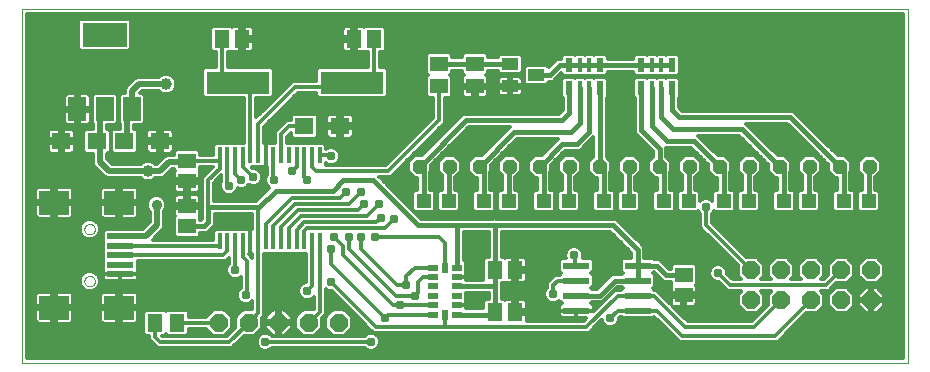
<source format=gtl>
G75*
G70*
%OFA0B0*%
%FSLAX24Y24*%
%IPPOS*%
%LPD*%
%AMOC8*
5,1,8,0,0,1.08239X$1,22.5*
%
%ADD10C,0.0000*%
%ADD11R,0.0512X0.0591*%
%ADD12R,0.0984X0.0787*%
%ADD13R,0.0906X0.0197*%
%ADD14OC8,0.0480*%
%ADD15R,0.0591X0.0787*%
%ADD16R,0.1496X0.0787*%
%ADD17R,0.0630X0.0551*%
%ADD18R,0.0354X0.0236*%
%ADD19R,0.0236X0.0354*%
%ADD20OC8,0.0600*%
%ADD21R,0.0137X0.0550*%
%ADD22R,0.2100X0.0760*%
%ADD23R,0.0591X0.0512*%
%ADD24R,0.0173X0.0453*%
%ADD25R,0.0248X0.0453*%
%ADD26R,0.0472X0.0472*%
%ADD27R,0.0866X0.0236*%
%ADD28R,0.0551X0.0394*%
%ADD29C,0.0120*%
%ADD30C,0.0310*%
%ADD31C,0.0360*%
%ADD32C,0.0200*%
%ADD33C,0.0396*%
%ADD34C,0.0160*%
D10*
X000232Y002248D02*
X000232Y014059D01*
X029759Y014059D01*
X029759Y002248D01*
X000232Y002248D01*
X002305Y004981D02*
X002307Y005007D01*
X002313Y005033D01*
X002323Y005058D01*
X002336Y005081D01*
X002352Y005101D01*
X002372Y005119D01*
X002394Y005134D01*
X002417Y005146D01*
X002443Y005154D01*
X002469Y005158D01*
X002495Y005158D01*
X002521Y005154D01*
X002547Y005146D01*
X002571Y005134D01*
X002592Y005119D01*
X002612Y005101D01*
X002628Y005081D01*
X002641Y005058D01*
X002651Y005033D01*
X002657Y005007D01*
X002659Y004981D01*
X002657Y004955D01*
X002651Y004929D01*
X002641Y004904D01*
X002628Y004881D01*
X002612Y004861D01*
X002592Y004843D01*
X002570Y004828D01*
X002547Y004816D01*
X002521Y004808D01*
X002495Y004804D01*
X002469Y004804D01*
X002443Y004808D01*
X002417Y004816D01*
X002393Y004828D01*
X002372Y004843D01*
X002352Y004861D01*
X002336Y004881D01*
X002323Y004904D01*
X002313Y004929D01*
X002307Y004955D01*
X002305Y004981D01*
X002305Y006714D02*
X002307Y006740D01*
X002313Y006766D01*
X002323Y006791D01*
X002336Y006814D01*
X002352Y006834D01*
X002372Y006852D01*
X002394Y006867D01*
X002417Y006879D01*
X002443Y006887D01*
X002469Y006891D01*
X002495Y006891D01*
X002521Y006887D01*
X002547Y006879D01*
X002571Y006867D01*
X002592Y006852D01*
X002612Y006834D01*
X002628Y006814D01*
X002641Y006791D01*
X002651Y006766D01*
X002657Y006740D01*
X002659Y006714D01*
X002657Y006688D01*
X002651Y006662D01*
X002641Y006637D01*
X002628Y006614D01*
X002612Y006594D01*
X002592Y006576D01*
X002570Y006561D01*
X002547Y006549D01*
X002521Y006541D01*
X002495Y006537D01*
X002469Y006537D01*
X002443Y006541D01*
X002417Y006549D01*
X002393Y006561D01*
X002372Y006576D01*
X002352Y006594D01*
X002336Y006614D01*
X002323Y006637D01*
X002313Y006662D01*
X002307Y006688D01*
X002305Y006714D01*
D11*
X004658Y003598D03*
X005406Y003598D03*
X015997Y003948D03*
X016666Y003948D03*
X016666Y005348D03*
X015997Y005348D03*
X011966Y013048D03*
X011297Y013048D03*
X007566Y013048D03*
X006897Y013048D03*
D12*
X003466Y007600D03*
X001301Y007600D03*
X001301Y004096D03*
X003466Y004096D03*
D13*
X003505Y005218D03*
X003505Y005533D03*
X003505Y005848D03*
X003505Y006163D03*
X003505Y006477D03*
D14*
X013482Y008798D03*
X014482Y008798D03*
X015482Y008798D03*
X016482Y008798D03*
X017482Y008798D03*
X018482Y008798D03*
X019482Y008798D03*
X020482Y008798D03*
X021482Y008798D03*
X022482Y008798D03*
X023482Y008798D03*
X024482Y008798D03*
X025482Y008798D03*
X026482Y008798D03*
X027482Y008798D03*
X028482Y008798D03*
D15*
X003887Y010707D03*
X002982Y010707D03*
X002076Y010707D03*
D16*
X002982Y013188D03*
D17*
X009641Y010148D03*
X010822Y010148D03*
X004822Y009648D03*
X003641Y009648D03*
X002722Y009648D03*
X001541Y009648D03*
D18*
X013938Y005435D03*
X013938Y005120D03*
X013938Y004805D03*
X013938Y004490D03*
X013938Y004175D03*
X013938Y003860D03*
X014726Y003860D03*
X014726Y004175D03*
X014726Y004490D03*
X014726Y004805D03*
X014726Y005120D03*
X014726Y005435D03*
D19*
X014332Y005435D03*
X014332Y003860D03*
D20*
X010782Y003598D03*
X009782Y003598D03*
X008782Y003598D03*
X007782Y003598D03*
X006782Y003598D03*
X024532Y004348D03*
X025532Y004348D03*
X026532Y004348D03*
X027532Y004348D03*
X028532Y004348D03*
X028532Y005348D03*
X027532Y005348D03*
X026532Y005348D03*
X025532Y005348D03*
X024532Y005348D03*
D21*
X010145Y006308D03*
X009889Y006308D03*
X009633Y006308D03*
X009377Y006308D03*
X009122Y006308D03*
X008866Y006308D03*
X008610Y006308D03*
X008354Y006308D03*
X008098Y006308D03*
X007842Y006308D03*
X007586Y006308D03*
X007330Y006308D03*
X007074Y006308D03*
X006818Y006308D03*
X006818Y009187D03*
X007074Y009187D03*
X007330Y009187D03*
X007586Y009187D03*
X007842Y009187D03*
X008098Y009187D03*
X008354Y009187D03*
X008610Y009187D03*
X008866Y009187D03*
X009122Y009187D03*
X009377Y009187D03*
X009633Y009187D03*
X009889Y009187D03*
X010145Y009187D03*
D22*
X011232Y011598D03*
X007432Y011598D03*
D23*
X005732Y008982D03*
X005732Y008313D03*
X005732Y007482D03*
X005732Y006813D03*
X014132Y011474D03*
X015332Y011474D03*
X015332Y012222D03*
X014132Y012222D03*
X022282Y005182D03*
X022282Y004513D03*
D24*
X021539Y011414D03*
X021224Y011414D03*
X021224Y012181D03*
X021539Y012181D03*
X019139Y012181D03*
X018824Y012181D03*
X018824Y011414D03*
X019139Y011414D03*
D25*
X019492Y011414D03*
X018472Y011414D03*
X018472Y012181D03*
X019492Y012181D03*
X020872Y012181D03*
X021892Y012181D03*
X021892Y011414D03*
X020872Y011414D03*
D26*
X020445Y007648D03*
X019618Y007648D03*
X018445Y007648D03*
X017618Y007648D03*
X016445Y007648D03*
X015618Y007648D03*
X014445Y007648D03*
X013618Y007648D03*
X021618Y007648D03*
X022445Y007648D03*
X023618Y007648D03*
X024445Y007648D03*
X025618Y007648D03*
X026445Y007648D03*
X027618Y007648D03*
X028445Y007648D03*
D27*
X020755Y005498D03*
X020755Y004998D03*
X020755Y004498D03*
X020755Y003998D03*
X018708Y003998D03*
X018708Y004498D03*
X018708Y004998D03*
X018708Y005498D03*
D28*
X016499Y011474D03*
X017365Y011848D03*
X016499Y012222D03*
D29*
X016914Y012205D02*
X017878Y012205D01*
X017778Y012105D02*
X017698Y012184D01*
X017031Y012184D01*
X016949Y012102D01*
X016949Y011593D01*
X017031Y011511D01*
X017698Y011511D01*
X017780Y011593D01*
X017780Y011628D01*
X017923Y011628D01*
X018208Y011913D01*
X018208Y011897D01*
X018290Y011815D01*
X018654Y011815D01*
X018667Y011828D01*
X018680Y011815D01*
X018969Y011815D01*
X018982Y011828D01*
X018995Y011815D01*
X019284Y011815D01*
X019297Y011828D01*
X019310Y011815D01*
X019674Y011815D01*
X019756Y011897D01*
X019756Y011961D01*
X020608Y011961D01*
X020608Y011897D01*
X020690Y011815D01*
X021054Y011815D01*
X021067Y011828D01*
X021080Y011815D01*
X021369Y011815D01*
X021382Y011828D01*
X021395Y011815D01*
X021684Y011815D01*
X021697Y011828D01*
X021710Y011815D01*
X022074Y011815D01*
X022156Y011897D01*
X022156Y012466D01*
X022074Y012548D01*
X021710Y012548D01*
X021697Y012535D01*
X021684Y012548D01*
X021395Y012548D01*
X021382Y012535D01*
X021369Y012548D01*
X021080Y012548D01*
X021067Y012535D01*
X021054Y012548D01*
X020690Y012548D01*
X020608Y012466D01*
X020608Y012401D01*
X019756Y012401D01*
X019756Y012466D01*
X019674Y012548D01*
X019310Y012548D01*
X019297Y012535D01*
X019284Y012548D01*
X018995Y012548D01*
X018982Y012535D01*
X018969Y012548D01*
X018680Y012548D01*
X018667Y012535D01*
X018654Y012548D01*
X018290Y012548D01*
X018208Y012466D01*
X018208Y012401D01*
X018075Y012401D01*
X017778Y012105D01*
X017997Y012324D02*
X016914Y012324D01*
X016914Y012442D02*
X018208Y012442D01*
X018255Y011850D02*
X018145Y011850D01*
X018241Y011731D02*
X018026Y011731D01*
X018208Y011698D02*
X018208Y011129D01*
X018252Y011085D01*
X018252Y010679D01*
X018141Y010568D01*
X015123Y010568D01*
X014941Y010568D01*
X013551Y009178D01*
X013324Y009178D01*
X013102Y008955D01*
X013102Y008640D01*
X013324Y008418D01*
X013398Y008418D01*
X013398Y008024D01*
X013324Y008024D01*
X013242Y007942D01*
X013242Y007353D01*
X013324Y007271D01*
X013913Y007271D01*
X013995Y007353D01*
X013995Y007942D01*
X013913Y008024D01*
X013838Y008024D01*
X013838Y008617D01*
X013862Y008640D01*
X013862Y008866D01*
X015123Y010128D01*
X016501Y010128D01*
X015551Y009178D01*
X015324Y009178D01*
X015102Y008955D01*
X015102Y008640D01*
X015324Y008418D01*
X015398Y008418D01*
X015398Y008024D01*
X015324Y008024D01*
X015242Y007942D01*
X015242Y007353D01*
X015324Y007271D01*
X015913Y007271D01*
X015995Y007353D01*
X015995Y007942D01*
X015913Y008024D01*
X015838Y008024D01*
X015838Y008570D01*
X015838Y008617D01*
X015862Y008640D01*
X015862Y008866D01*
X016723Y009728D01*
X018101Y009728D01*
X017551Y009178D01*
X017324Y009178D01*
X017102Y008955D01*
X017102Y008640D01*
X017324Y008418D01*
X017398Y008418D01*
X017398Y008024D01*
X017324Y008024D01*
X017242Y007942D01*
X017242Y007353D01*
X017324Y007271D01*
X017913Y007271D01*
X017995Y007353D01*
X017995Y007942D01*
X017913Y008024D01*
X017838Y008024D01*
X017838Y008570D01*
X017838Y008617D01*
X017862Y008640D01*
X017862Y008866D01*
X018323Y009328D01*
X018823Y009328D01*
X018952Y009456D01*
X019272Y009776D01*
X019272Y009125D01*
X019102Y008955D01*
X019102Y008640D01*
X019324Y008418D01*
X019398Y008418D01*
X019398Y008024D01*
X019324Y008024D01*
X019242Y007942D01*
X019242Y007353D01*
X019324Y007271D01*
X019913Y007271D01*
X019995Y007353D01*
X019995Y007942D01*
X019913Y008024D01*
X019838Y008024D01*
X019838Y008570D01*
X019838Y008617D01*
X019862Y008640D01*
X019862Y008955D01*
X019712Y009105D01*
X019712Y011085D01*
X019756Y011129D01*
X019756Y011698D01*
X019674Y011780D01*
X019310Y011780D01*
X019297Y011767D01*
X019284Y011780D01*
X018995Y011780D01*
X018982Y011767D01*
X018969Y011780D01*
X018680Y011780D01*
X018667Y011767D01*
X018654Y011780D01*
X018290Y011780D01*
X018208Y011698D01*
X018208Y011612D02*
X017780Y011612D01*
X018208Y011494D02*
X016537Y011494D01*
X016537Y011512D02*
X016914Y011512D01*
X016914Y011689D01*
X016905Y011724D01*
X016886Y011756D01*
X016860Y011782D01*
X016828Y011801D01*
X016793Y011810D01*
X016537Y011810D01*
X016537Y011512D01*
X016460Y011512D01*
X016460Y011435D01*
X016083Y011435D01*
X016083Y011258D01*
X016093Y011223D01*
X016111Y011191D01*
X016137Y011165D01*
X016169Y011146D01*
X016205Y011137D01*
X016460Y011137D01*
X016460Y011435D01*
X016537Y011435D01*
X016537Y011137D01*
X016793Y011137D01*
X016828Y011146D01*
X016860Y011165D01*
X016886Y011191D01*
X016905Y011223D01*
X016914Y011258D01*
X016914Y011435D01*
X016537Y011435D01*
X016537Y011512D01*
X016460Y011512D02*
X016460Y011810D01*
X016205Y011810D01*
X016169Y011801D01*
X016137Y011782D01*
X016111Y011756D01*
X016093Y011724D01*
X016083Y011689D01*
X016083Y011512D01*
X016460Y011512D01*
X016460Y011494D02*
X015392Y011494D01*
X015392Y011533D02*
X015392Y011414D01*
X015767Y011414D01*
X015767Y011199D01*
X015758Y011164D01*
X015739Y011132D01*
X015713Y011106D01*
X015681Y011087D01*
X015646Y011078D01*
X015392Y011078D01*
X015392Y011413D01*
X015272Y011413D01*
X015272Y011078D01*
X015018Y011078D01*
X014982Y011087D01*
X014951Y011106D01*
X014924Y011132D01*
X014906Y011164D01*
X014897Y011199D01*
X014897Y011414D01*
X015272Y011414D01*
X015272Y011533D01*
X014897Y011533D01*
X014897Y011748D01*
X014906Y011783D01*
X014924Y011815D01*
X014951Y011841D01*
X014958Y011846D01*
X014897Y011908D01*
X014897Y012002D01*
X014567Y012002D01*
X014567Y011908D01*
X014507Y011848D01*
X014567Y011787D01*
X014567Y011160D01*
X014485Y011078D01*
X014332Y011078D01*
X014332Y010265D01*
X014215Y010148D01*
X012515Y008448D01*
X012349Y008448D01*
X012143Y008448D01*
X012152Y008439D01*
X013523Y007068D01*
X014841Y007068D01*
X014928Y007068D01*
X015016Y007070D01*
X015019Y007068D01*
X015935Y007068D01*
X015976Y007086D01*
X016023Y007068D01*
X016073Y007068D01*
X019841Y007068D01*
X020023Y007068D01*
X020847Y006244D01*
X020975Y006115D01*
X020975Y005756D01*
X021246Y005756D01*
X021285Y005718D01*
X021291Y005718D01*
X021473Y005718D01*
X021788Y005402D01*
X021847Y005402D01*
X021847Y005496D01*
X021929Y005578D01*
X022635Y005578D01*
X022717Y005496D01*
X022717Y004868D01*
X022694Y004846D01*
X022708Y004823D01*
X022717Y004787D01*
X022717Y004573D01*
X022342Y004573D01*
X022342Y004453D01*
X022717Y004453D01*
X022717Y004239D01*
X022708Y004203D01*
X022689Y004171D01*
X022663Y004145D01*
X022631Y004127D01*
X022596Y004117D01*
X022342Y004117D01*
X022342Y004453D01*
X022222Y004453D01*
X022222Y004117D01*
X021968Y004117D01*
X021937Y004125D01*
X022415Y003648D01*
X024549Y003648D01*
X025092Y004190D01*
X025092Y004530D01*
X025210Y004648D01*
X024854Y004648D01*
X024972Y004530D01*
X024972Y004165D01*
X024714Y003908D01*
X024350Y003908D01*
X024092Y004165D01*
X024092Y004530D01*
X024210Y004648D01*
X023915Y004648D01*
X023749Y004648D01*
X023444Y004953D01*
X023373Y004953D01*
X023265Y004997D01*
X023182Y005080D01*
X023137Y005189D01*
X023137Y005306D01*
X023182Y005415D01*
X023265Y005498D01*
X023373Y005543D01*
X023490Y005543D01*
X023599Y005498D01*
X023682Y005415D01*
X023727Y005306D01*
X023727Y005235D01*
X023915Y005048D01*
X024210Y005048D01*
X024092Y005165D01*
X024092Y005505D01*
X022832Y006765D01*
X022832Y006930D01*
X022832Y007230D01*
X022782Y007280D01*
X022772Y007304D01*
X022739Y007271D01*
X022151Y007271D01*
X022069Y007353D01*
X022069Y007942D01*
X022151Y008024D01*
X022225Y008024D01*
X022225Y008517D01*
X022102Y008640D01*
X022102Y008955D01*
X022324Y009178D01*
X022639Y009178D01*
X022862Y008955D01*
X022862Y008640D01*
X022665Y008444D01*
X022665Y008024D01*
X022739Y008024D01*
X022821Y007942D01*
X022821Y007654D01*
X022865Y007698D01*
X022973Y007743D01*
X023090Y007743D01*
X023199Y007698D01*
X023242Y007654D01*
X023242Y007942D01*
X023324Y008024D01*
X023398Y008024D01*
X023398Y008418D01*
X023324Y008418D01*
X023102Y008640D01*
X023102Y008866D01*
X022541Y009428D01*
X021702Y009428D01*
X021702Y009306D01*
X021702Y009115D01*
X021862Y008955D01*
X021862Y008640D01*
X021838Y008617D01*
X021838Y008570D01*
X021838Y008024D01*
X021913Y008024D01*
X021995Y007942D01*
X021995Y007353D01*
X021913Y007271D01*
X021324Y007271D01*
X021242Y007353D01*
X021242Y007942D01*
X021324Y008024D01*
X021398Y008024D01*
X021398Y008418D01*
X021324Y008418D01*
X021102Y008640D01*
X021102Y008955D01*
X021262Y009115D01*
X021262Y009306D01*
X020652Y009916D01*
X020652Y010099D01*
X020652Y011085D01*
X020608Y011129D01*
X020608Y011698D01*
X020690Y011780D01*
X021054Y011780D01*
X021067Y011767D01*
X021080Y011780D01*
X021369Y011780D01*
X021382Y011767D01*
X021395Y011780D01*
X021684Y011780D01*
X021697Y011767D01*
X021710Y011780D01*
X022074Y011780D01*
X022156Y011698D01*
X022156Y011129D01*
X022112Y011085D01*
X022112Y010779D01*
X022223Y010668D01*
X025741Y010668D01*
X025923Y010668D01*
X026423Y010168D01*
X026423Y010168D01*
X027252Y009339D01*
X027413Y009178D01*
X027639Y009178D01*
X027862Y008955D01*
X027862Y008640D01*
X027838Y008617D01*
X027838Y008570D01*
X027838Y008024D01*
X027913Y008024D01*
X027995Y007942D01*
X027995Y007353D01*
X027913Y007271D01*
X027324Y007271D01*
X027242Y007353D01*
X027242Y007942D01*
X027324Y008024D01*
X027398Y008024D01*
X027398Y008418D01*
X027324Y008418D01*
X027102Y008640D01*
X027102Y008866D01*
X026941Y009028D01*
X026112Y009856D01*
X026112Y009856D01*
X025741Y010228D01*
X024363Y010228D01*
X025413Y009178D01*
X025639Y009178D01*
X025862Y008955D01*
X025862Y008640D01*
X025838Y008617D01*
X025838Y008570D01*
X025838Y008024D01*
X025913Y008024D01*
X025995Y007942D01*
X025995Y007353D01*
X025913Y007271D01*
X025324Y007271D01*
X025242Y007353D01*
X025242Y007942D01*
X025324Y008024D01*
X025398Y008024D01*
X025398Y008418D01*
X025324Y008418D01*
X025102Y008640D01*
X025102Y008866D01*
X024141Y009828D01*
X022763Y009828D01*
X023413Y009178D01*
X023639Y009178D01*
X023862Y008955D01*
X023862Y008640D01*
X023838Y008617D01*
X023838Y008570D01*
X023838Y008024D01*
X023913Y008024D01*
X023995Y007942D01*
X023995Y007353D01*
X023913Y007271D01*
X023324Y007271D01*
X023292Y007304D01*
X023282Y007280D01*
X023232Y007230D01*
X023232Y006930D01*
X024375Y005788D01*
X024714Y005788D01*
X024972Y005530D01*
X024972Y005165D01*
X024854Y005048D01*
X025210Y005048D01*
X025092Y005165D01*
X025092Y005530D01*
X025350Y005788D01*
X025714Y005788D01*
X025972Y005530D01*
X025972Y005165D01*
X025854Y005048D01*
X026210Y005048D01*
X026092Y005165D01*
X026092Y005530D01*
X026350Y005788D01*
X026714Y005788D01*
X026972Y005530D01*
X026972Y005165D01*
X026854Y005048D01*
X026949Y005048D01*
X027092Y005190D01*
X027092Y005530D01*
X027350Y005788D01*
X027714Y005788D01*
X027972Y005530D01*
X027972Y005165D01*
X027714Y004908D01*
X027375Y004908D01*
X027232Y004765D01*
X027232Y004765D01*
X027115Y004648D01*
X026854Y004648D01*
X026972Y004530D01*
X026972Y004165D01*
X026714Y003908D01*
X026375Y003908D01*
X025532Y003065D01*
X025415Y002948D01*
X022315Y002948D01*
X022149Y002948D01*
X021302Y003795D01*
X021246Y003739D01*
X020264Y003739D01*
X020206Y003798D01*
X020165Y003798D01*
X020127Y003760D01*
X020127Y003689D01*
X020082Y003580D01*
X019999Y003497D01*
X019890Y003453D01*
X019773Y003453D01*
X019665Y003497D01*
X019582Y003580D01*
X019542Y003675D01*
X019232Y003365D01*
X019115Y003248D01*
X014415Y003248D01*
X014249Y003248D01*
X011949Y003248D01*
X011832Y003365D01*
X010544Y004653D01*
X010473Y004653D01*
X010365Y004697D01*
X010345Y004717D01*
X010345Y004044D01*
X010345Y003878D01*
X010222Y003755D01*
X010222Y003415D01*
X009964Y003158D01*
X009600Y003158D01*
X009342Y003415D01*
X009342Y003780D01*
X009600Y004038D01*
X009939Y004038D01*
X009945Y004044D01*
X009945Y004444D01*
X009899Y004397D01*
X009790Y004353D01*
X009673Y004353D01*
X009565Y004397D01*
X009482Y004480D01*
X009437Y004589D01*
X009437Y004706D01*
X009482Y004815D01*
X009565Y004898D01*
X009673Y004943D01*
X009689Y004943D01*
X009689Y005893D01*
X009507Y005893D01*
X009505Y005895D01*
X009504Y005893D01*
X009251Y005893D01*
X009250Y005895D01*
X009248Y005893D01*
X008995Y005893D01*
X008994Y005895D01*
X008992Y005893D01*
X008739Y005893D01*
X008738Y005895D01*
X008736Y005893D01*
X008483Y005893D01*
X008482Y005895D01*
X008480Y005893D01*
X008298Y005893D01*
X008298Y003997D01*
X008298Y003831D01*
X008222Y003755D01*
X008222Y003415D01*
X007964Y003158D01*
X007625Y003158D01*
X007215Y002748D01*
X007049Y002748D01*
X004749Y002748D01*
X004632Y002865D01*
X004458Y003039D01*
X004458Y003162D01*
X004344Y003162D01*
X004262Y003244D01*
X004262Y003951D01*
X004344Y004033D01*
X004972Y004033D01*
X005032Y003973D01*
X005092Y004033D01*
X005720Y004033D01*
X005802Y003951D01*
X005802Y003798D01*
X006360Y003798D01*
X006600Y004038D01*
X006964Y004038D01*
X007222Y003780D01*
X007222Y003415D01*
X006964Y003158D01*
X006600Y003158D01*
X006360Y003398D01*
X005802Y003398D01*
X005802Y003244D01*
X005720Y003162D01*
X005092Y003162D01*
X005032Y003222D01*
X004972Y003162D01*
X004900Y003162D01*
X004915Y003148D01*
X007049Y003148D01*
X007342Y003440D01*
X007342Y003780D01*
X007600Y004038D01*
X007898Y004038D01*
X007898Y004317D01*
X007849Y004267D01*
X007740Y004223D01*
X007623Y004223D01*
X007515Y004267D01*
X007432Y004350D01*
X007387Y004459D01*
X007387Y004576D01*
X007432Y004685D01*
X007515Y004768D01*
X007532Y004775D01*
X007532Y005130D01*
X007499Y005097D01*
X007390Y005053D01*
X007273Y005053D01*
X007165Y005097D01*
X007082Y005180D01*
X007037Y005289D01*
X007037Y005406D01*
X007082Y005515D01*
X007130Y005563D01*
X007130Y005763D01*
X007015Y005648D01*
X006849Y005648D01*
X004098Y005648D01*
X004098Y005376D01*
X004089Y005367D01*
X004098Y005334D01*
X004098Y005218D01*
X003506Y005218D01*
X003506Y005217D01*
X004098Y005217D01*
X004098Y005101D01*
X004089Y005065D01*
X004070Y005033D01*
X004044Y005007D01*
X004012Y004989D01*
X003977Y004979D01*
X003506Y004979D01*
X003506Y005217D01*
X003505Y005217D01*
X003505Y004979D01*
X003034Y004979D01*
X002999Y004989D01*
X002967Y005007D01*
X002941Y005033D01*
X002922Y005065D01*
X002913Y005101D01*
X002913Y005217D01*
X003505Y005217D01*
X003505Y005218D01*
X002913Y005218D01*
X002913Y005334D01*
X002921Y005367D01*
X002913Y005376D01*
X002913Y005689D01*
X002914Y005690D01*
X002913Y005691D01*
X002913Y006004D01*
X002914Y006005D01*
X002913Y006006D01*
X002913Y006319D01*
X002914Y006320D01*
X002913Y006321D01*
X002913Y006634D01*
X002995Y006716D01*
X003454Y006716D01*
X003458Y006717D01*
X004262Y006717D01*
X004492Y006947D01*
X004492Y007285D01*
X004441Y007336D01*
X004392Y007454D01*
X004392Y007581D01*
X004441Y007699D01*
X004531Y007789D01*
X004648Y007838D01*
X004775Y007838D01*
X004893Y007789D01*
X004983Y007699D01*
X005032Y007581D01*
X005032Y007454D01*
X004983Y007336D01*
X004972Y007325D01*
X004972Y006800D01*
X004935Y006712D01*
X004868Y006644D01*
X004586Y006362D01*
X006610Y006362D01*
X006610Y006641D01*
X006692Y006723D01*
X006945Y006723D01*
X006946Y006722D01*
X006948Y006723D01*
X007201Y006723D01*
X007202Y006722D01*
X007204Y006723D01*
X007457Y006723D01*
X007458Y006722D01*
X007460Y006723D01*
X007713Y006723D01*
X007722Y006714D01*
X007755Y006723D01*
X007842Y006723D01*
X007842Y006309D01*
X007842Y006309D01*
X007842Y006723D01*
X007898Y006723D01*
X007898Y007228D01*
X006652Y007228D01*
X006652Y007039D01*
X006652Y006856D01*
X006388Y006593D01*
X006206Y006593D01*
X006167Y006593D01*
X006167Y006499D01*
X006085Y006417D01*
X005379Y006417D01*
X005297Y006499D01*
X005297Y007127D01*
X005319Y007149D01*
X005306Y007172D01*
X005297Y007208D01*
X005297Y007422D01*
X005672Y007422D01*
X005672Y007542D01*
X005672Y007878D01*
X005418Y007878D01*
X005382Y007869D01*
X005351Y007850D01*
X005324Y007824D01*
X005306Y007792D01*
X005297Y007757D01*
X005297Y007542D01*
X005672Y007542D01*
X005792Y007542D01*
X006167Y007542D01*
X006167Y007757D01*
X006158Y007792D01*
X006139Y007824D01*
X006113Y007850D01*
X006081Y007869D01*
X006046Y007878D01*
X005792Y007878D01*
X005792Y007542D01*
X005792Y007422D01*
X006167Y007422D01*
X006167Y007208D01*
X006158Y007172D01*
X006144Y007149D01*
X006167Y007127D01*
X006167Y007033D01*
X006206Y007033D01*
X006212Y007039D01*
X006212Y007339D01*
X006212Y007356D01*
X006212Y007539D01*
X006232Y007559D01*
X006232Y008430D01*
X006349Y008548D01*
X006584Y008782D01*
X006167Y008782D01*
X006167Y008668D01*
X006144Y008646D01*
X006158Y008623D01*
X006167Y008587D01*
X006167Y008373D01*
X005792Y008373D01*
X005792Y008253D01*
X006167Y008253D01*
X006167Y008039D01*
X006158Y008003D01*
X006139Y007971D01*
X006113Y007945D01*
X006081Y007927D01*
X006046Y007917D01*
X005792Y007917D01*
X005792Y008253D01*
X005672Y008253D01*
X005672Y007917D01*
X005418Y007917D01*
X005382Y007927D01*
X005351Y007945D01*
X005324Y007971D01*
X005306Y008003D01*
X005297Y008039D01*
X005297Y008253D01*
X005672Y008253D01*
X005672Y008373D01*
X005297Y008373D01*
X005297Y008587D01*
X005306Y008623D01*
X005319Y008646D01*
X005297Y008668D01*
X005297Y008708D01*
X005231Y008708D01*
X004968Y008444D01*
X004880Y008408D01*
X004784Y008408D01*
X004670Y008408D01*
X004623Y008361D01*
X004499Y008309D01*
X004365Y008309D01*
X004240Y008361D01*
X004194Y008408D01*
X003180Y008408D01*
X003084Y008408D01*
X002996Y008444D01*
X002696Y008744D01*
X002628Y008812D01*
X002592Y008900D01*
X002592Y009232D01*
X002349Y009232D01*
X002267Y009314D01*
X002267Y009981D01*
X002349Y010063D01*
X002592Y010063D01*
X002592Y010210D01*
X002547Y010256D01*
X002547Y011159D01*
X002629Y011241D01*
X003335Y011241D01*
X003417Y011159D01*
X003417Y010256D01*
X003335Y010174D01*
X003072Y010174D01*
X003072Y010063D01*
X003095Y010063D01*
X003177Y009981D01*
X003177Y009314D01*
X003095Y009232D01*
X003072Y009232D01*
X003072Y009047D01*
X003231Y008888D01*
X004194Y008888D01*
X004240Y008934D01*
X004365Y008986D01*
X004499Y008986D01*
X004623Y008934D01*
X004670Y008888D01*
X004732Y008888D01*
X004928Y009084D01*
X004996Y009151D01*
X005084Y009188D01*
X005297Y009188D01*
X005297Y009296D01*
X005379Y009378D01*
X006085Y009378D01*
X006167Y009296D01*
X006167Y009182D01*
X006610Y009182D01*
X006610Y009520D01*
X006692Y009602D01*
X006945Y009602D01*
X006946Y009600D01*
X006948Y009602D01*
X007201Y009602D01*
X007202Y009600D01*
X007204Y009602D01*
X007457Y009602D01*
X007458Y009600D01*
X007460Y009602D01*
X007642Y009602D01*
X007642Y011078D01*
X006324Y011078D01*
X006242Y011160D01*
X006242Y012036D01*
X006324Y012118D01*
X006697Y012118D01*
X006697Y012612D01*
X006583Y012612D01*
X006501Y012694D01*
X006501Y013401D01*
X006583Y013483D01*
X007211Y013483D01*
X007234Y013460D01*
X007256Y013473D01*
X007292Y013483D01*
X007506Y013483D01*
X007506Y013108D01*
X007626Y013108D01*
X007626Y013483D01*
X007841Y013483D01*
X007876Y013473D01*
X007908Y013455D01*
X007934Y013429D01*
X007953Y013397D01*
X007962Y013361D01*
X007962Y013107D01*
X007627Y013107D01*
X007627Y012988D01*
X007962Y012988D01*
X007962Y012734D01*
X007953Y012698D01*
X007934Y012666D01*
X007908Y012640D01*
X007876Y012622D01*
X007841Y012612D01*
X007626Y012612D01*
X007626Y012987D01*
X007506Y012987D01*
X007506Y012612D01*
X007292Y012612D01*
X007256Y012622D01*
X007234Y012635D01*
X007211Y012612D01*
X007097Y012612D01*
X007097Y012118D01*
X008540Y012118D01*
X008622Y012036D01*
X008622Y011160D01*
X008540Y011078D01*
X008042Y011078D01*
X008042Y010441D01*
X009132Y011530D01*
X009249Y011648D01*
X010042Y011648D01*
X010042Y012036D01*
X010124Y012118D01*
X011766Y012118D01*
X011766Y012612D01*
X011653Y012612D01*
X011630Y012635D01*
X011607Y012622D01*
X011571Y012612D01*
X011357Y012612D01*
X011357Y012987D01*
X011237Y012987D01*
X011237Y012612D01*
X011023Y012612D01*
X010987Y012622D01*
X010955Y012640D01*
X010929Y012666D01*
X010911Y012698D01*
X010901Y012734D01*
X010901Y012988D01*
X011237Y012988D01*
X011237Y013107D01*
X010901Y013107D01*
X010901Y013361D01*
X010911Y013397D01*
X010929Y013429D01*
X010955Y013455D01*
X010987Y013473D01*
X011023Y013483D01*
X011237Y013483D01*
X011237Y013108D01*
X011357Y013108D01*
X011357Y013483D01*
X011571Y013483D01*
X011607Y013473D01*
X011630Y013460D01*
X011653Y013483D01*
X012280Y013483D01*
X012362Y013401D01*
X012362Y012694D01*
X012280Y012612D01*
X012166Y012612D01*
X012166Y012118D01*
X012340Y012118D01*
X012422Y012036D01*
X012422Y011160D01*
X012340Y011078D01*
X010124Y011078D01*
X010042Y011160D01*
X010042Y011248D01*
X009415Y011248D01*
X008298Y010131D01*
X008298Y009602D01*
X008354Y009602D01*
X008354Y009187D01*
X008354Y009187D01*
X008354Y009602D01*
X008441Y009602D01*
X008474Y009593D01*
X008483Y009602D01*
X008666Y009602D01*
X008666Y009799D01*
X008666Y009964D01*
X009049Y010348D01*
X009186Y010348D01*
X009186Y010481D01*
X009268Y010563D01*
X010014Y010563D01*
X010096Y010481D01*
X010096Y009814D01*
X010014Y009732D01*
X009268Y009732D01*
X009186Y009814D01*
X009186Y009919D01*
X009066Y009799D01*
X009066Y009602D01*
X009248Y009602D01*
X009250Y009600D01*
X009251Y009602D01*
X009504Y009602D01*
X009505Y009600D01*
X009507Y009602D01*
X009760Y009602D01*
X009761Y009600D01*
X009763Y009602D01*
X010016Y009602D01*
X010017Y009600D01*
X010019Y009602D01*
X010272Y009602D01*
X010354Y009520D01*
X010354Y009387D01*
X010354Y009387D01*
X010365Y009398D01*
X010473Y009443D01*
X010590Y009443D01*
X010699Y009398D01*
X010782Y009315D01*
X010827Y009206D01*
X010827Y009089D01*
X010782Y008980D01*
X010699Y008897D01*
X010590Y008853D01*
X010473Y008853D01*
X010365Y008897D01*
X010354Y008909D01*
X010354Y008854D01*
X010347Y008848D01*
X012349Y008848D01*
X013932Y010430D01*
X013932Y011078D01*
X013779Y011078D01*
X013697Y011160D01*
X013697Y011787D01*
X013757Y011848D01*
X013697Y011908D01*
X013697Y012535D01*
X013779Y012617D01*
X014485Y012617D01*
X014567Y012535D01*
X014567Y012442D01*
X014897Y012442D01*
X014567Y012442D01*
X014542Y012561D02*
X014922Y012561D01*
X014897Y012535D02*
X014897Y012442D01*
X014897Y012535D02*
X014979Y012617D01*
X015685Y012617D01*
X015767Y012535D01*
X015767Y012442D01*
X016083Y012442D01*
X015767Y012442D01*
X015742Y012561D02*
X029599Y012561D01*
X029599Y012679D02*
X012347Y012679D01*
X012362Y012798D02*
X029599Y012798D01*
X029599Y012916D02*
X012362Y012916D01*
X012362Y013035D02*
X029599Y013035D01*
X029599Y013154D02*
X012362Y013154D01*
X012362Y013272D02*
X029599Y013272D01*
X029599Y013391D02*
X012362Y013391D01*
X011966Y013048D02*
X011966Y011782D01*
X011932Y011748D01*
X011382Y011748D01*
X011232Y011598D01*
X011082Y011448D01*
X009332Y011448D01*
X008098Y010214D01*
X008098Y009187D01*
X008354Y009186D02*
X008354Y009186D01*
X008354Y008772D01*
X008410Y008772D01*
X008410Y008543D01*
X008382Y008515D01*
X008337Y008406D01*
X008337Y008289D01*
X008382Y008180D01*
X008465Y008097D01*
X008469Y008096D01*
X008041Y007668D01*
X006632Y007668D01*
X006632Y008265D01*
X006874Y008507D01*
X006874Y008297D01*
X006837Y008206D01*
X006837Y008089D01*
X006882Y007980D01*
X006965Y007897D01*
X007073Y007853D01*
X007190Y007853D01*
X007299Y007897D01*
X007382Y007980D01*
X007421Y008074D01*
X007473Y008053D01*
X007590Y008053D01*
X007699Y008097D01*
X007782Y008180D01*
X007785Y008189D01*
X007873Y008153D01*
X007990Y008153D01*
X008099Y008197D01*
X008182Y008280D01*
X008227Y008389D01*
X008227Y008506D01*
X008182Y008615D01*
X008099Y008698D01*
X007990Y008743D01*
X007920Y008743D01*
X007890Y008772D01*
X007969Y008772D01*
X007970Y008773D01*
X007971Y008772D01*
X008224Y008772D01*
X008233Y008781D01*
X008267Y008772D01*
X008354Y008772D01*
X008354Y009186D01*
X008354Y009242D02*
X008354Y009242D01*
X008354Y009360D02*
X008354Y009360D01*
X008354Y009479D02*
X008354Y009479D01*
X008354Y009597D02*
X008354Y009597D01*
X008458Y009597D02*
X008479Y009597D01*
X008298Y009716D02*
X008666Y009716D01*
X008666Y009834D02*
X008298Y009834D01*
X008298Y009953D02*
X008666Y009953D01*
X008773Y010071D02*
X008298Y010071D01*
X008357Y010190D02*
X008891Y010190D01*
X009010Y010309D02*
X008476Y010309D01*
X008594Y010427D02*
X009186Y010427D01*
X009251Y010546D02*
X008713Y010546D01*
X008831Y010664D02*
X013932Y010664D01*
X013932Y010546D02*
X011205Y010546D01*
X011191Y010554D02*
X011156Y010563D01*
X010882Y010563D01*
X010882Y010208D01*
X010762Y010208D01*
X010762Y010563D01*
X010489Y010563D01*
X010453Y010554D01*
X010421Y010535D01*
X010395Y010509D01*
X010377Y010477D01*
X010367Y010442D01*
X010367Y010207D01*
X010762Y010207D01*
X010762Y010088D01*
X010367Y010088D01*
X010367Y009854D01*
X010377Y009818D01*
X010395Y009786D01*
X010421Y009760D01*
X010453Y009741D01*
X010489Y009732D01*
X010762Y009732D01*
X010762Y010087D01*
X010882Y010087D01*
X010882Y009732D01*
X011156Y009732D01*
X011191Y009741D01*
X011223Y009760D01*
X011249Y009786D01*
X011268Y009818D01*
X011277Y009854D01*
X011277Y010088D01*
X010882Y010088D01*
X010882Y010207D01*
X011277Y010207D01*
X011277Y010442D01*
X011268Y010477D01*
X011249Y010509D01*
X011223Y010535D01*
X011191Y010554D01*
X011277Y010427D02*
X013928Y010427D01*
X013810Y010309D02*
X011277Y010309D01*
X010882Y010309D02*
X010762Y010309D01*
X010762Y010427D02*
X010882Y010427D01*
X010882Y010546D02*
X010762Y010546D01*
X010440Y010546D02*
X010032Y010546D01*
X010096Y010427D02*
X010367Y010427D01*
X010367Y010309D02*
X010096Y010309D01*
X010096Y010190D02*
X010762Y010190D01*
X010762Y010071D02*
X010882Y010071D01*
X010882Y009953D02*
X010762Y009953D01*
X010762Y009834D02*
X010882Y009834D01*
X011272Y009834D02*
X013336Y009834D01*
X013217Y009716D02*
X009066Y009716D01*
X009101Y009834D02*
X009186Y009834D01*
X009132Y010148D02*
X008866Y009881D01*
X008866Y009187D01*
X008610Y009187D02*
X008610Y008370D01*
X008632Y008348D01*
X008397Y008530D02*
X008217Y008530D01*
X008227Y008412D02*
X008339Y008412D01*
X008337Y008293D02*
X008187Y008293D01*
X008044Y008175D02*
X008387Y008175D01*
X008429Y008056D02*
X007599Y008056D01*
X007464Y008056D02*
X007413Y008056D01*
X007339Y007938D02*
X008311Y007938D01*
X008192Y007819D02*
X006632Y007819D01*
X006632Y007701D02*
X008074Y007701D01*
X008132Y007448D02*
X008098Y007414D01*
X008098Y006308D01*
X008098Y003914D01*
X007782Y003598D01*
X007132Y002948D01*
X004832Y002948D01*
X004658Y003122D01*
X004658Y003598D01*
X004658Y003622D01*
X004262Y003670D02*
X004095Y003670D01*
X004098Y003683D02*
X004098Y004036D01*
X003526Y004036D01*
X003526Y004155D01*
X004098Y004155D01*
X004098Y004508D01*
X004089Y004543D01*
X004070Y004575D01*
X004044Y004601D01*
X004012Y004620D01*
X003977Y004629D01*
X003526Y004629D01*
X003526Y004156D01*
X003406Y004156D01*
X003406Y004629D01*
X002955Y004629D01*
X002920Y004620D01*
X002888Y004601D01*
X002862Y004575D01*
X002843Y004543D01*
X002834Y004508D01*
X002834Y004155D01*
X003406Y004155D01*
X003406Y004036D01*
X002834Y004036D01*
X002834Y003683D01*
X002843Y003648D01*
X002862Y003616D01*
X002888Y003590D01*
X002920Y003571D01*
X002955Y003562D01*
X003406Y003562D01*
X003406Y004035D01*
X003526Y004035D01*
X003526Y003562D01*
X003977Y003562D01*
X004012Y003571D01*
X004044Y003590D01*
X004070Y003616D01*
X004089Y003648D01*
X004098Y003683D01*
X004098Y003789D02*
X004262Y003789D01*
X004262Y003907D02*
X004098Y003907D01*
X004098Y004026D02*
X004337Y004026D01*
X004098Y004263D02*
X007526Y004263D01*
X007419Y004381D02*
X004098Y004381D01*
X004098Y004500D02*
X007387Y004500D01*
X007404Y004618D02*
X004014Y004618D01*
X003526Y004618D02*
X003406Y004618D01*
X003406Y004500D02*
X003526Y004500D01*
X003526Y004381D02*
X003406Y004381D01*
X003406Y004263D02*
X003526Y004263D01*
X003526Y004144D02*
X007898Y004144D01*
X007898Y004263D02*
X007838Y004263D01*
X007588Y004026D02*
X006976Y004026D01*
X007094Y003907D02*
X007469Y003907D01*
X007351Y003789D02*
X007213Y003789D01*
X007222Y003670D02*
X007342Y003670D01*
X007342Y003552D02*
X007222Y003552D01*
X007222Y003433D02*
X007334Y003433D01*
X007216Y003314D02*
X007121Y003314D01*
X007097Y003196D02*
X007002Y003196D01*
X006561Y003196D02*
X005753Y003196D01*
X005802Y003314D02*
X006443Y003314D01*
X006782Y003598D02*
X005406Y003598D01*
X005802Y003907D02*
X006469Y003907D01*
X006588Y004026D02*
X005727Y004026D01*
X005085Y004026D02*
X004979Y004026D01*
X004262Y003552D02*
X000392Y003552D01*
X000392Y003670D02*
X000672Y003670D01*
X000669Y003683D02*
X000678Y003648D01*
X000697Y003616D01*
X000723Y003590D01*
X000755Y003571D01*
X000790Y003562D01*
X001241Y003562D01*
X001241Y004035D01*
X001361Y004035D01*
X001361Y003562D01*
X001811Y003562D01*
X001847Y003571D01*
X001879Y003590D01*
X001905Y003616D01*
X001923Y003648D01*
X001933Y003683D01*
X001933Y004036D01*
X001361Y004036D01*
X001361Y004155D01*
X001933Y004155D01*
X001933Y004508D01*
X001923Y004543D01*
X001905Y004575D01*
X001879Y004601D01*
X001847Y004620D01*
X001811Y004629D01*
X001361Y004629D01*
X001361Y004156D01*
X001241Y004156D01*
X001241Y004629D01*
X000790Y004629D01*
X000755Y004620D01*
X000723Y004601D01*
X000697Y004575D01*
X000678Y004543D01*
X000669Y004508D01*
X000669Y004155D01*
X001241Y004155D01*
X001241Y004036D01*
X000669Y004036D01*
X000669Y003683D01*
X000669Y003789D02*
X000392Y003789D01*
X000392Y003907D02*
X000669Y003907D01*
X000669Y004026D02*
X000392Y004026D01*
X000392Y004144D02*
X001241Y004144D01*
X001241Y004026D02*
X001361Y004026D01*
X001361Y004144D02*
X003406Y004144D01*
X003406Y004026D02*
X003526Y004026D01*
X003526Y003907D02*
X003406Y003907D01*
X003406Y003789D02*
X003526Y003789D01*
X003526Y003670D02*
X003406Y003670D01*
X002837Y003670D02*
X001929Y003670D01*
X001933Y003789D02*
X002834Y003789D01*
X002834Y003907D02*
X001933Y003907D01*
X001933Y004026D02*
X002834Y004026D01*
X002834Y004263D02*
X001933Y004263D01*
X001933Y004381D02*
X002834Y004381D01*
X002834Y004500D02*
X001933Y004500D01*
X001849Y004618D02*
X002918Y004618D01*
X002768Y004790D02*
X002673Y004696D01*
X002549Y004644D01*
X002415Y004644D01*
X002291Y004696D01*
X002196Y004790D01*
X002145Y004914D01*
X002145Y005048D01*
X002196Y005172D01*
X002291Y005267D01*
X002415Y005319D01*
X002549Y005319D01*
X002673Y005267D01*
X002768Y005172D01*
X002819Y005048D01*
X002819Y004914D01*
X002768Y004790D01*
X002795Y004856D02*
X007532Y004856D01*
X007532Y004974D02*
X002819Y004974D01*
X002801Y005093D02*
X002915Y005093D01*
X002913Y005211D02*
X002729Y005211D01*
X002913Y005330D02*
X000392Y005330D01*
X000392Y005448D02*
X002913Y005448D01*
X002913Y005567D02*
X000392Y005567D01*
X000392Y005685D02*
X002913Y005685D01*
X002913Y005804D02*
X000392Y005804D01*
X000392Y005922D02*
X002913Y005922D01*
X002913Y006041D02*
X000392Y006041D01*
X000392Y006159D02*
X002913Y006159D01*
X002913Y006278D02*
X000392Y006278D01*
X000392Y006397D02*
X002366Y006397D01*
X002415Y006377D02*
X002291Y006428D01*
X002196Y006523D01*
X002145Y006647D01*
X002145Y006781D01*
X002196Y006905D01*
X002291Y006999D01*
X002415Y007051D01*
X002549Y007051D01*
X002673Y006999D01*
X002768Y006905D01*
X002819Y006781D01*
X002819Y006647D01*
X002768Y006523D01*
X002673Y006428D01*
X002549Y006377D01*
X002415Y006377D01*
X002597Y006397D02*
X002913Y006397D01*
X002913Y006515D02*
X002760Y006515D01*
X002814Y006634D02*
X002913Y006634D01*
X002819Y006752D02*
X004297Y006752D01*
X004416Y006871D02*
X002782Y006871D01*
X002683Y006989D02*
X004492Y006989D01*
X004492Y007108D02*
X004058Y007108D01*
X004070Y007120D02*
X004044Y007094D01*
X004012Y007075D01*
X003977Y007066D01*
X003526Y007066D01*
X003526Y007539D01*
X003406Y007539D01*
X003406Y007066D01*
X002955Y007066D01*
X002920Y007075D01*
X002888Y007094D01*
X002862Y007120D01*
X002843Y007152D01*
X002834Y007187D01*
X002834Y007540D01*
X003406Y007540D01*
X003406Y007659D01*
X002834Y007659D01*
X002834Y008012D01*
X002843Y008047D01*
X002862Y008079D01*
X002888Y008105D01*
X002920Y008124D01*
X002955Y008133D01*
X003406Y008133D01*
X003406Y007660D01*
X003526Y007660D01*
X003526Y008133D01*
X003977Y008133D01*
X004012Y008124D01*
X004044Y008105D01*
X004070Y008079D01*
X004089Y008047D01*
X004098Y008012D01*
X004098Y007659D01*
X003526Y007659D01*
X003526Y007540D01*
X004098Y007540D01*
X004098Y007187D01*
X004089Y007152D01*
X004070Y007120D01*
X004098Y007226D02*
X004492Y007226D01*
X004437Y007345D02*
X004098Y007345D01*
X004098Y007463D02*
X004392Y007463D01*
X004392Y007582D02*
X003526Y007582D01*
X003526Y007463D02*
X003406Y007463D01*
X003406Y007345D02*
X003526Y007345D01*
X003526Y007226D02*
X003406Y007226D01*
X003406Y007108D02*
X003526Y007108D01*
X002874Y007108D02*
X001893Y007108D01*
X001905Y007120D02*
X001879Y007094D01*
X001847Y007075D01*
X001811Y007066D01*
X001361Y007066D01*
X001361Y007539D01*
X001241Y007539D01*
X001241Y007066D01*
X000790Y007066D01*
X000755Y007075D01*
X000723Y007094D01*
X000697Y007120D01*
X000678Y007152D01*
X000669Y007187D01*
X000669Y007540D01*
X001241Y007540D01*
X001241Y007659D01*
X000669Y007659D01*
X000669Y008012D01*
X000678Y008047D01*
X000697Y008079D01*
X000723Y008105D01*
X000755Y008124D01*
X000790Y008133D01*
X001241Y008133D01*
X001241Y007660D01*
X001361Y007660D01*
X001361Y008133D01*
X001811Y008133D01*
X001847Y008124D01*
X001879Y008105D01*
X001905Y008079D01*
X001923Y008047D01*
X001933Y008012D01*
X001933Y007659D01*
X001361Y007659D01*
X001361Y007540D01*
X001933Y007540D01*
X001933Y007187D01*
X001923Y007152D01*
X001905Y007120D01*
X001933Y007226D02*
X002834Y007226D01*
X002834Y007345D02*
X001933Y007345D01*
X001933Y007463D02*
X002834Y007463D01*
X002834Y007701D02*
X001933Y007701D01*
X001933Y007819D02*
X002834Y007819D01*
X002834Y007938D02*
X001933Y007938D01*
X001918Y008056D02*
X002849Y008056D01*
X003406Y008056D02*
X003526Y008056D01*
X003526Y007938D02*
X003406Y007938D01*
X003406Y007819D02*
X003526Y007819D01*
X003526Y007701D02*
X003406Y007701D01*
X003406Y007582D02*
X001361Y007582D01*
X001361Y007463D02*
X001241Y007463D01*
X001241Y007345D02*
X001361Y007345D01*
X001361Y007226D02*
X001241Y007226D01*
X001241Y007108D02*
X001361Y007108D01*
X000709Y007108D02*
X000392Y007108D01*
X000392Y007226D02*
X000669Y007226D01*
X000669Y007345D02*
X000392Y007345D01*
X000392Y007463D02*
X000669Y007463D01*
X000392Y007582D02*
X001241Y007582D01*
X001241Y007701D02*
X001361Y007701D01*
X001361Y007819D02*
X001241Y007819D01*
X001241Y007938D02*
X001361Y007938D01*
X001361Y008056D02*
X001241Y008056D01*
X000683Y008056D02*
X000392Y008056D01*
X000392Y007938D02*
X000669Y007938D01*
X000669Y007819D02*
X000392Y007819D01*
X000392Y007701D02*
X000669Y007701D01*
X000392Y008175D02*
X005297Y008175D01*
X005297Y008056D02*
X004084Y008056D01*
X004098Y007938D02*
X005363Y007938D01*
X005322Y007819D02*
X004820Y007819D01*
X004981Y007701D02*
X005297Y007701D01*
X005297Y007582D02*
X005031Y007582D01*
X005032Y007463D02*
X005672Y007463D01*
X005672Y007582D02*
X005792Y007582D01*
X005792Y007701D02*
X005672Y007701D01*
X005672Y007819D02*
X005792Y007819D01*
X005792Y007938D02*
X005672Y007938D01*
X005672Y008056D02*
X005792Y008056D01*
X005792Y008175D02*
X005672Y008175D01*
X005672Y008293D02*
X000392Y008293D01*
X000392Y008412D02*
X003074Y008412D01*
X002910Y008530D02*
X000392Y008530D01*
X000392Y008649D02*
X002791Y008649D01*
X002672Y008767D02*
X000392Y008767D01*
X000392Y008886D02*
X002598Y008886D01*
X002592Y009005D02*
X000392Y009005D01*
X000392Y009123D02*
X002592Y009123D01*
X002340Y009242D02*
X001910Y009242D01*
X001910Y009241D02*
X001942Y009260D01*
X001968Y009286D01*
X001987Y009318D01*
X001996Y009354D01*
X001996Y009588D01*
X001601Y009588D01*
X001601Y009707D01*
X001996Y009707D01*
X001996Y009942D01*
X001987Y009977D01*
X001968Y010009D01*
X001942Y010035D01*
X001910Y010054D01*
X001875Y010063D01*
X001601Y010063D01*
X001601Y009708D01*
X001481Y009708D01*
X001481Y010063D01*
X001208Y010063D01*
X001172Y010054D01*
X001140Y010035D01*
X001114Y010009D01*
X001096Y009977D01*
X001086Y009942D01*
X001086Y009707D01*
X001481Y009707D01*
X001481Y009588D01*
X001086Y009588D01*
X001086Y009354D01*
X001096Y009318D01*
X001114Y009286D01*
X001140Y009260D01*
X001172Y009241D01*
X001208Y009232D01*
X001481Y009232D01*
X001481Y009587D01*
X001601Y009587D01*
X001601Y009232D01*
X001875Y009232D01*
X001910Y009241D01*
X001996Y009360D02*
X002267Y009360D01*
X002267Y009479D02*
X001996Y009479D01*
X002267Y009597D02*
X001601Y009597D01*
X001601Y009479D02*
X001481Y009479D01*
X001481Y009597D02*
X000392Y009597D01*
X000392Y009479D02*
X001086Y009479D01*
X001086Y009360D02*
X000392Y009360D01*
X000392Y009242D02*
X001172Y009242D01*
X001481Y009242D02*
X001601Y009242D01*
X001601Y009360D02*
X001481Y009360D01*
X001481Y009716D02*
X001601Y009716D01*
X001601Y009834D02*
X001481Y009834D01*
X001481Y009953D02*
X001601Y009953D01*
X001993Y009953D02*
X002267Y009953D01*
X002267Y009834D02*
X001996Y009834D01*
X001996Y009716D02*
X002267Y009716D01*
X002592Y010071D02*
X000392Y010071D01*
X000392Y009953D02*
X001089Y009953D01*
X001086Y009834D02*
X000392Y009834D01*
X000392Y009716D02*
X001086Y009716D01*
X001669Y010228D02*
X001695Y010202D01*
X001727Y010183D01*
X001763Y010174D01*
X002016Y010174D01*
X002016Y010647D01*
X002136Y010647D01*
X002136Y010174D01*
X002390Y010174D01*
X002426Y010183D01*
X002458Y010202D01*
X002484Y010228D01*
X002502Y010260D01*
X002512Y010295D01*
X002512Y010647D01*
X002136Y010647D01*
X002136Y010767D01*
X002512Y010767D01*
X002512Y011120D01*
X002502Y011155D01*
X002484Y011187D01*
X002458Y011213D01*
X002426Y011232D01*
X002390Y011241D01*
X002136Y011241D01*
X002136Y010768D01*
X002016Y010768D01*
X002016Y011241D01*
X001763Y011241D01*
X001727Y011232D01*
X001695Y011213D01*
X001669Y011187D01*
X001651Y011155D01*
X001641Y011120D01*
X001641Y010767D01*
X002016Y010767D01*
X002016Y010647D01*
X001641Y010647D01*
X001641Y010295D01*
X001651Y010260D01*
X001669Y010228D01*
X001715Y010190D02*
X000392Y010190D01*
X000392Y010309D02*
X001641Y010309D01*
X001641Y010427D02*
X000392Y010427D01*
X000392Y010546D02*
X001641Y010546D01*
X001641Y010783D02*
X000392Y010783D01*
X000392Y010901D02*
X001641Y010901D01*
X001641Y011020D02*
X000392Y011020D01*
X000392Y011138D02*
X001646Y011138D01*
X002016Y011138D02*
X002136Y011138D01*
X002136Y011020D02*
X002016Y011020D01*
X002016Y010901D02*
X002136Y010901D01*
X002136Y010783D02*
X002016Y010783D01*
X002016Y010664D02*
X000392Y010664D01*
X000392Y011257D02*
X003647Y011257D01*
X003647Y011255D02*
X003647Y011241D01*
X003534Y011241D01*
X003452Y011159D01*
X003452Y010256D01*
X003492Y010216D01*
X003492Y010063D01*
X003268Y010063D01*
X003186Y009981D01*
X003186Y009314D01*
X003268Y009232D01*
X004014Y009232D01*
X004096Y009314D01*
X004096Y009981D01*
X004014Y010063D01*
X003972Y010063D01*
X003972Y010174D01*
X004241Y010174D01*
X004323Y010256D01*
X004323Y011159D01*
X004241Y011241D01*
X004165Y011241D01*
X004231Y011308D01*
X004794Y011308D01*
X004840Y011261D01*
X004965Y011209D01*
X005099Y011209D01*
X005223Y011261D01*
X005318Y011356D01*
X005370Y011480D01*
X005370Y011615D01*
X005318Y011739D01*
X005223Y011834D01*
X005099Y011886D01*
X004965Y011886D01*
X004840Y011834D01*
X004794Y011788D01*
X004084Y011788D01*
X003996Y011751D01*
X003928Y011684D01*
X003684Y011439D01*
X003647Y011351D01*
X003647Y011255D01*
X003658Y011375D02*
X000392Y011375D01*
X000392Y011494D02*
X003739Y011494D01*
X003857Y011612D02*
X000392Y011612D01*
X000392Y011731D02*
X003976Y011731D01*
X004180Y011257D02*
X004850Y011257D01*
X005214Y011257D02*
X006242Y011257D01*
X006242Y011375D02*
X005326Y011375D01*
X005370Y011494D02*
X006242Y011494D01*
X006242Y011612D02*
X005370Y011612D01*
X005322Y011731D02*
X006242Y011731D01*
X006242Y011850D02*
X005186Y011850D01*
X004877Y011850D02*
X000392Y011850D01*
X000392Y011968D02*
X006242Y011968D01*
X006293Y012087D02*
X000392Y012087D01*
X000392Y012205D02*
X006697Y012205D01*
X006697Y012324D02*
X000392Y012324D01*
X000392Y012442D02*
X006697Y012442D01*
X006697Y012561D02*
X000392Y012561D01*
X000392Y012679D02*
X002150Y012679D01*
X002176Y012654D02*
X003788Y012654D01*
X003870Y012736D01*
X003870Y013639D01*
X003788Y013721D01*
X002176Y013721D01*
X002094Y013639D01*
X002094Y012736D01*
X002176Y012654D01*
X002094Y012798D02*
X000392Y012798D01*
X000392Y012916D02*
X002094Y012916D01*
X002094Y013035D02*
X000392Y013035D01*
X000392Y013154D02*
X002094Y013154D01*
X002094Y013272D02*
X000392Y013272D01*
X000392Y013391D02*
X002094Y013391D01*
X002094Y013509D02*
X000392Y013509D01*
X000392Y013628D02*
X002094Y013628D01*
X000392Y013746D02*
X029599Y013746D01*
X029599Y013628D02*
X003870Y013628D01*
X003870Y013509D02*
X029599Y013509D01*
X029599Y013865D02*
X000392Y013865D01*
X000392Y013899D02*
X029599Y013899D01*
X029599Y002408D01*
X000392Y002408D01*
X000392Y013899D01*
X003870Y013391D02*
X006501Y013391D01*
X006501Y013272D02*
X003870Y013272D01*
X003870Y013154D02*
X006501Y013154D01*
X006501Y013035D02*
X003870Y013035D01*
X003870Y012916D02*
X006501Y012916D01*
X006501Y012798D02*
X003870Y012798D01*
X003813Y012679D02*
X006516Y012679D01*
X006897Y013048D02*
X006897Y011582D01*
X006932Y011548D01*
X007382Y011548D01*
X007432Y011598D01*
X007482Y011548D01*
X007832Y011548D01*
X007842Y011537D01*
X007842Y009187D01*
X007586Y009187D02*
X007586Y008793D01*
X007932Y008448D01*
X008148Y008649D02*
X008410Y008649D01*
X008410Y008767D02*
X007895Y008767D01*
X008354Y008886D02*
X008354Y008886D01*
X008354Y009005D02*
X008354Y009005D01*
X008354Y009123D02*
X008354Y009123D01*
X007330Y009187D02*
X007330Y008549D01*
X007532Y008348D01*
X007776Y008175D02*
X007820Y008175D01*
X007132Y008148D02*
X007074Y008190D01*
X007074Y009187D01*
X006818Y009187D02*
X006818Y008948D01*
X006784Y008982D01*
X005732Y008982D01*
X006167Y009242D02*
X006610Y009242D01*
X006610Y009360D02*
X006103Y009360D01*
X006610Y009479D02*
X005277Y009479D01*
X005277Y009588D02*
X004882Y009588D01*
X004882Y009707D01*
X005277Y009707D01*
X005277Y009942D01*
X005268Y009977D01*
X005249Y010009D01*
X005223Y010035D01*
X005191Y010054D01*
X005156Y010063D01*
X004882Y010063D01*
X004882Y009708D01*
X004762Y009708D01*
X004762Y010063D01*
X004489Y010063D01*
X004453Y010054D01*
X004421Y010035D01*
X004395Y010009D01*
X004377Y009977D01*
X004367Y009942D01*
X004367Y009707D01*
X004762Y009707D01*
X004762Y009588D01*
X004367Y009588D01*
X004367Y009354D01*
X004377Y009318D01*
X004395Y009286D01*
X004421Y009260D01*
X004453Y009241D01*
X004489Y009232D01*
X004762Y009232D01*
X004762Y009587D01*
X004882Y009587D01*
X004882Y009232D01*
X005156Y009232D01*
X005191Y009241D01*
X005223Y009260D01*
X005249Y009286D01*
X005268Y009318D01*
X005277Y009354D01*
X005277Y009588D01*
X005277Y009716D02*
X007642Y009716D01*
X007642Y009834D02*
X005277Y009834D01*
X005274Y009953D02*
X007642Y009953D01*
X007642Y010071D02*
X003972Y010071D01*
X004096Y009953D02*
X004370Y009953D01*
X004367Y009834D02*
X004096Y009834D01*
X004096Y009716D02*
X004367Y009716D01*
X004096Y009597D02*
X004762Y009597D01*
X004762Y009479D02*
X004882Y009479D01*
X004882Y009597D02*
X006687Y009597D01*
X007642Y010190D02*
X004257Y010190D01*
X004323Y010309D02*
X007642Y010309D01*
X007642Y010427D02*
X004323Y010427D01*
X004323Y010546D02*
X007642Y010546D01*
X007642Y010664D02*
X004323Y010664D01*
X004323Y010783D02*
X007642Y010783D01*
X007642Y010901D02*
X004323Y010901D01*
X004323Y011020D02*
X007642Y011020D01*
X008042Y011020D02*
X008621Y011020D01*
X008601Y011138D02*
X008740Y011138D01*
X008622Y011257D02*
X008858Y011257D01*
X008977Y011375D02*
X008622Y011375D01*
X008622Y011494D02*
X009095Y011494D01*
X009214Y011612D02*
X008622Y011612D01*
X008622Y011731D02*
X010042Y011731D01*
X010042Y011850D02*
X008622Y011850D01*
X008622Y011968D02*
X010042Y011968D01*
X010093Y012087D02*
X008571Y012087D01*
X007942Y012679D02*
X010922Y012679D01*
X010901Y012798D02*
X007962Y012798D01*
X007962Y012916D02*
X010901Y012916D01*
X011237Y012916D02*
X011357Y012916D01*
X011357Y012798D02*
X011237Y012798D01*
X011237Y012679D02*
X011357Y012679D01*
X011237Y013035D02*
X007627Y013035D01*
X007626Y012916D02*
X007506Y012916D01*
X007506Y012798D02*
X007626Y012798D01*
X007626Y012679D02*
X007506Y012679D01*
X007097Y012561D02*
X011766Y012561D01*
X011766Y012442D02*
X007097Y012442D01*
X007097Y012324D02*
X011766Y012324D01*
X011766Y012205D02*
X007097Y012205D01*
X007506Y013154D02*
X007626Y013154D01*
X007626Y013272D02*
X007506Y013272D01*
X007506Y013391D02*
X007626Y013391D01*
X007954Y013391D02*
X010909Y013391D01*
X010901Y013272D02*
X007962Y013272D01*
X007962Y013154D02*
X010901Y013154D01*
X011237Y013154D02*
X011357Y013154D01*
X011357Y013272D02*
X011237Y013272D01*
X011237Y013391D02*
X011357Y013391D01*
X012166Y012561D02*
X013722Y012561D01*
X013697Y012442D02*
X012166Y012442D01*
X012166Y012324D02*
X013697Y012324D01*
X013697Y012205D02*
X012166Y012205D01*
X012371Y012087D02*
X013697Y012087D01*
X013697Y011968D02*
X012422Y011968D01*
X012422Y011850D02*
X013755Y011850D01*
X013697Y011731D02*
X012422Y011731D01*
X012422Y011612D02*
X013697Y011612D01*
X013697Y011494D02*
X012422Y011494D01*
X012422Y011375D02*
X013697Y011375D01*
X013697Y011257D02*
X012422Y011257D01*
X012401Y011138D02*
X013718Y011138D01*
X013932Y011020D02*
X009187Y011020D01*
X009305Y011138D02*
X010063Y011138D01*
X009068Y010901D02*
X013932Y010901D01*
X013932Y010783D02*
X008950Y010783D01*
X008503Y010901D02*
X008042Y010901D01*
X008042Y010783D02*
X008384Y010783D01*
X008266Y010664D02*
X008042Y010664D01*
X008042Y010546D02*
X008147Y010546D01*
X009132Y010148D02*
X009641Y010148D01*
X010096Y010071D02*
X010367Y010071D01*
X010367Y009953D02*
X010096Y009953D01*
X010096Y009834D02*
X010373Y009834D01*
X010276Y009597D02*
X013099Y009597D01*
X012980Y009479D02*
X010354Y009479D01*
X010736Y009360D02*
X012862Y009360D01*
X012743Y009242D02*
X010812Y009242D01*
X010827Y009123D02*
X012624Y009123D01*
X012506Y009005D02*
X010792Y009005D01*
X010671Y008886D02*
X012387Y008886D01*
X012835Y008767D02*
X013102Y008767D01*
X013102Y008649D02*
X012716Y008649D01*
X012597Y008530D02*
X013212Y008530D01*
X013398Y008412D02*
X012179Y008412D01*
X012297Y008293D02*
X013398Y008293D01*
X013398Y008175D02*
X012416Y008175D01*
X012534Y008056D02*
X013398Y008056D01*
X013242Y007938D02*
X012653Y007938D01*
X012771Y007819D02*
X013242Y007819D01*
X013242Y007701D02*
X012890Y007701D01*
X013008Y007582D02*
X013242Y007582D01*
X013242Y007463D02*
X013127Y007463D01*
X013246Y007345D02*
X013251Y007345D01*
X013364Y007226D02*
X022832Y007226D01*
X022832Y007108D02*
X013483Y007108D01*
X013986Y007345D02*
X014077Y007345D01*
X014069Y007353D02*
X014151Y007271D01*
X014739Y007271D01*
X014821Y007353D01*
X014821Y007942D01*
X014739Y008024D01*
X014665Y008024D01*
X014665Y008444D01*
X014862Y008640D01*
X014862Y008955D01*
X014639Y009178D01*
X014324Y009178D01*
X014102Y008955D01*
X014102Y008640D01*
X014225Y008517D01*
X014225Y008024D01*
X014151Y008024D01*
X014069Y007942D01*
X014069Y007353D01*
X014069Y007463D02*
X013995Y007463D01*
X013995Y007582D02*
X014069Y007582D01*
X014069Y007701D02*
X013995Y007701D01*
X013995Y007819D02*
X014069Y007819D01*
X014069Y007938D02*
X013995Y007938D01*
X013838Y008056D02*
X014225Y008056D01*
X014225Y008175D02*
X013838Y008175D01*
X013838Y008293D02*
X014225Y008293D01*
X014225Y008412D02*
X013838Y008412D01*
X013838Y008530D02*
X014212Y008530D01*
X014102Y008649D02*
X013862Y008649D01*
X013862Y008767D02*
X014102Y008767D01*
X014102Y008886D02*
X013881Y008886D01*
X014000Y009005D02*
X014151Y009005D01*
X014118Y009123D02*
X014270Y009123D01*
X014237Y009242D02*
X015615Y009242D01*
X015733Y009360D02*
X014355Y009360D01*
X014474Y009479D02*
X015852Y009479D01*
X015970Y009597D02*
X014593Y009597D01*
X014711Y009716D02*
X016089Y009716D01*
X016208Y009834D02*
X014830Y009834D01*
X014948Y009953D02*
X016326Y009953D01*
X016445Y010071D02*
X015067Y010071D01*
X014682Y010309D02*
X014332Y010309D01*
X014332Y010427D02*
X014800Y010427D01*
X014919Y010546D02*
X014332Y010546D01*
X014332Y010664D02*
X018237Y010664D01*
X018252Y010783D02*
X014332Y010783D01*
X014332Y010901D02*
X018252Y010901D01*
X018252Y011020D02*
X014332Y011020D01*
X014546Y011138D02*
X014921Y011138D01*
X014897Y011257D02*
X014567Y011257D01*
X014567Y011375D02*
X014897Y011375D01*
X014567Y011494D02*
X015272Y011494D01*
X015272Y011375D02*
X015392Y011375D01*
X015392Y011257D02*
X015272Y011257D01*
X015272Y011138D02*
X015392Y011138D01*
X015743Y011138D02*
X016199Y011138D01*
X016084Y011257D02*
X015767Y011257D01*
X015767Y011375D02*
X016083Y011375D01*
X016083Y011612D02*
X015767Y011612D01*
X015767Y011533D02*
X015767Y011748D01*
X015758Y011783D01*
X015739Y011815D01*
X015713Y011841D01*
X015705Y011846D01*
X015767Y011908D01*
X015767Y012002D01*
X016083Y012002D01*
X016083Y011967D01*
X016165Y011885D01*
X016832Y011885D01*
X016914Y011967D01*
X016914Y012476D01*
X016832Y012558D01*
X016165Y012558D01*
X016083Y012476D01*
X016083Y012442D01*
X016083Y011968D02*
X015767Y011968D01*
X015709Y011850D02*
X016949Y011850D01*
X016949Y011968D02*
X016914Y011968D01*
X016914Y012087D02*
X016949Y012087D01*
X016949Y011731D02*
X016901Y011731D01*
X016914Y011612D02*
X016949Y011612D01*
X016537Y011612D02*
X016460Y011612D01*
X016460Y011731D02*
X016537Y011731D01*
X016096Y011731D02*
X015767Y011731D01*
X015767Y011533D02*
X015392Y011533D01*
X014897Y011612D02*
X014567Y011612D01*
X014567Y011731D02*
X014897Y011731D01*
X014955Y011850D02*
X014509Y011850D01*
X014567Y011968D02*
X014897Y011968D01*
X014132Y011474D02*
X014132Y010348D01*
X012432Y008648D01*
X010032Y008648D01*
X009889Y008790D01*
X009889Y009187D01*
X009633Y009187D02*
X009633Y008449D01*
X009732Y008348D01*
X009377Y008793D02*
X009232Y008648D01*
X009377Y008793D02*
X009377Y009187D01*
X010145Y009187D02*
X010492Y009187D01*
X010532Y009148D01*
X010392Y008886D02*
X010354Y008886D01*
X011032Y007948D02*
X010832Y007748D01*
X009232Y007748D01*
X008354Y006870D01*
X008354Y006308D01*
X008610Y006308D02*
X008610Y006826D01*
X009332Y007548D01*
X011132Y007548D01*
X011532Y007948D01*
X011632Y007548D02*
X011432Y007348D01*
X009432Y007348D01*
X008866Y006781D01*
X008866Y006308D01*
X009122Y006308D02*
X009122Y006737D01*
X009532Y007148D01*
X011732Y007148D01*
X012132Y007548D01*
X012182Y007098D02*
X012032Y006948D01*
X009632Y006948D01*
X009377Y006693D01*
X009377Y006308D01*
X009633Y006308D02*
X009633Y006649D01*
X009732Y006748D01*
X012332Y006748D01*
X012632Y007048D01*
X011982Y006448D02*
X014132Y006448D01*
X014332Y006248D01*
X014332Y005435D01*
X013938Y005435D02*
X013319Y005435D01*
X013032Y005148D01*
X013032Y004848D01*
X012732Y004848D01*
X011532Y006048D01*
X011532Y006448D01*
X011132Y006448D02*
X011132Y006048D01*
X012682Y004498D01*
X013332Y004498D01*
X013432Y004598D01*
X013432Y004948D01*
X013604Y005120D01*
X013938Y005120D01*
X014726Y005120D02*
X015043Y005120D01*
X015043Y005257D01*
X015042Y005258D01*
X015043Y005259D01*
X015043Y005611D01*
X014961Y005693D01*
X014945Y005693D01*
X014945Y006628D01*
X015777Y006628D01*
X015777Y005783D01*
X015683Y005783D01*
X015601Y005701D01*
X015601Y005025D01*
X015043Y005025D01*
X015043Y005120D01*
X014726Y005120D01*
X014726Y005120D01*
X015043Y005093D02*
X015601Y005093D01*
X015601Y005211D02*
X015043Y005211D01*
X015043Y005330D02*
X015601Y005330D01*
X015601Y005448D02*
X015043Y005448D01*
X015043Y005567D02*
X015601Y005567D01*
X015601Y005685D02*
X014968Y005685D01*
X014945Y005804D02*
X015777Y005804D01*
X015777Y005922D02*
X014945Y005922D01*
X014945Y006041D02*
X015777Y006041D01*
X015777Y006159D02*
X014945Y006159D01*
X014945Y006278D02*
X015777Y006278D01*
X015777Y006397D02*
X014945Y006397D01*
X014945Y006515D02*
X015777Y006515D01*
X016217Y006515D02*
X019953Y006515D01*
X019841Y006628D02*
X020535Y005933D01*
X020535Y005756D01*
X020264Y005756D01*
X020182Y005674D01*
X020182Y005321D01*
X020256Y005248D01*
X020226Y005218D01*
X020073Y005218D01*
X019891Y005218D01*
X019391Y004718D01*
X019237Y004718D01*
X019207Y004748D01*
X019281Y004821D01*
X019281Y005174D01*
X019207Y005248D01*
X019281Y005321D01*
X019281Y005674D01*
X019199Y005756D01*
X018913Y005756D01*
X018927Y005789D01*
X018927Y005906D01*
X018882Y006015D01*
X018799Y006098D01*
X018690Y006143D01*
X018573Y006143D01*
X018465Y006098D01*
X018382Y006015D01*
X018337Y005906D01*
X018337Y005789D01*
X018351Y005756D01*
X018217Y005756D01*
X018135Y005674D01*
X018135Y005321D01*
X018209Y005248D01*
X018159Y005198D01*
X017999Y005198D01*
X017732Y004930D01*
X017732Y004765D01*
X017682Y004715D01*
X017637Y004606D01*
X017637Y004489D01*
X017682Y004380D01*
X017765Y004297D01*
X017873Y004253D01*
X017990Y004253D01*
X018099Y004297D01*
X018135Y004334D01*
X018135Y004321D01*
X018214Y004242D01*
X018189Y004228D01*
X018163Y004202D01*
X018145Y004170D01*
X018135Y004134D01*
X018135Y003998D01*
X018708Y003998D01*
X018708Y003997D01*
X018708Y003997D01*
X018708Y003739D01*
X018257Y003739D01*
X018221Y003749D01*
X018189Y003767D01*
X018163Y003793D01*
X018145Y003825D01*
X018135Y003861D01*
X018135Y003997D01*
X018708Y003997D01*
X018708Y003739D01*
X019041Y003739D01*
X018949Y003648D01*
X017062Y003648D01*
X017062Y003888D01*
X016727Y003888D01*
X016727Y004007D01*
X017062Y004007D01*
X017062Y004261D01*
X017053Y004297D01*
X017034Y004329D01*
X017008Y004355D01*
X016976Y004373D01*
X016941Y004383D01*
X016726Y004383D01*
X016726Y004008D01*
X016606Y004008D01*
X016606Y004383D01*
X016392Y004383D01*
X016356Y004373D01*
X016334Y004360D01*
X016311Y004383D01*
X016217Y004383D01*
X016217Y004656D01*
X016217Y004839D01*
X016217Y004912D01*
X016311Y004912D01*
X016334Y004935D01*
X016356Y004922D01*
X016392Y004912D01*
X016606Y004912D01*
X016606Y005287D01*
X016726Y005287D01*
X016726Y004912D01*
X016941Y004912D01*
X016976Y004922D01*
X017008Y004940D01*
X017034Y004966D01*
X017053Y004998D01*
X017062Y005034D01*
X017062Y005288D01*
X016727Y005288D01*
X016727Y005407D01*
X017062Y005407D01*
X017062Y005661D01*
X017053Y005697D01*
X017034Y005729D01*
X017008Y005755D01*
X016976Y005773D01*
X016941Y005783D01*
X016726Y005783D01*
X016726Y005408D01*
X016606Y005408D01*
X016606Y005783D01*
X016392Y005783D01*
X016356Y005773D01*
X016334Y005760D01*
X016311Y005783D01*
X016217Y005783D01*
X016217Y006628D01*
X019841Y006628D01*
X020338Y006752D02*
X022844Y006752D01*
X022832Y006871D02*
X020220Y006871D01*
X020101Y006989D02*
X022832Y006989D01*
X023032Y006848D02*
X024532Y005348D01*
X024092Y005330D02*
X023717Y005330D01*
X023751Y005211D02*
X024092Y005211D01*
X024165Y005093D02*
X023870Y005093D01*
X023832Y004848D02*
X023432Y005248D01*
X023147Y005330D02*
X022717Y005330D01*
X022717Y005448D02*
X023215Y005448D01*
X023137Y005211D02*
X022717Y005211D01*
X022717Y005093D02*
X023177Y005093D01*
X023321Y004974D02*
X022717Y004974D01*
X022704Y004856D02*
X023541Y004856D01*
X023660Y004737D02*
X022717Y004737D01*
X022717Y004618D02*
X024181Y004618D01*
X024092Y004500D02*
X022342Y004500D01*
X022342Y004381D02*
X022222Y004381D01*
X022222Y004453D02*
X021847Y004453D01*
X021847Y004239D01*
X021855Y004207D01*
X021365Y004698D01*
X021305Y004698D01*
X021255Y004748D01*
X021328Y004821D01*
X021328Y005174D01*
X021255Y005248D01*
X021285Y005278D01*
X021291Y005278D01*
X021606Y004962D01*
X021788Y004962D01*
X021847Y004962D01*
X021847Y004868D01*
X021869Y004846D01*
X021856Y004823D01*
X021847Y004787D01*
X021847Y004573D01*
X022222Y004573D01*
X022222Y004453D01*
X022222Y004500D02*
X021562Y004500D01*
X021444Y004618D02*
X021847Y004618D01*
X021847Y004737D02*
X021265Y004737D01*
X021328Y004856D02*
X021859Y004856D01*
X021594Y004974D02*
X021328Y004974D01*
X021328Y005093D02*
X021476Y005093D01*
X021357Y005211D02*
X021291Y005211D01*
X021742Y005448D02*
X021847Y005448D01*
X021917Y005567D02*
X021624Y005567D01*
X021505Y005685D02*
X023911Y005685D01*
X024030Y005567D02*
X022646Y005567D01*
X023556Y006041D02*
X020975Y006041D01*
X020975Y005922D02*
X023674Y005922D01*
X023793Y005804D02*
X020975Y005804D01*
X020535Y005804D02*
X018927Y005804D01*
X018920Y005922D02*
X020535Y005922D01*
X020427Y006041D02*
X018856Y006041D01*
X018652Y005828D02*
X018632Y005848D01*
X018652Y005828D02*
X018652Y005548D01*
X018702Y005498D01*
X018708Y005498D01*
X018337Y005804D02*
X016217Y005804D01*
X016217Y005922D02*
X018344Y005922D01*
X018408Y006041D02*
X016217Y006041D01*
X016217Y006159D02*
X020309Y006159D01*
X020190Y006278D02*
X016217Y006278D01*
X016217Y006397D02*
X020072Y006397D01*
X020575Y006515D02*
X023081Y006515D01*
X022963Y006634D02*
X020457Y006634D01*
X020694Y006397D02*
X023200Y006397D01*
X023318Y006278D02*
X020812Y006278D01*
X020931Y006159D02*
X023437Y006159D01*
X023766Y006397D02*
X029599Y006397D01*
X029599Y006515D02*
X023647Y006515D01*
X023529Y006634D02*
X029599Y006634D01*
X029599Y006752D02*
X023410Y006752D01*
X023291Y006871D02*
X029599Y006871D01*
X029599Y006989D02*
X023232Y006989D01*
X023232Y007108D02*
X029599Y007108D01*
X029599Y007226D02*
X023232Y007226D01*
X023032Y007448D02*
X023032Y006848D01*
X022077Y007345D02*
X021986Y007345D01*
X021995Y007463D02*
X022069Y007463D01*
X022069Y007582D02*
X021995Y007582D01*
X021995Y007701D02*
X022069Y007701D01*
X022069Y007819D02*
X021995Y007819D01*
X021995Y007938D02*
X022069Y007938D01*
X022225Y008056D02*
X021838Y008056D01*
X021838Y008175D02*
X022225Y008175D01*
X022225Y008293D02*
X021838Y008293D01*
X021838Y008412D02*
X022225Y008412D01*
X022212Y008530D02*
X021838Y008530D01*
X021862Y008649D02*
X022102Y008649D01*
X022102Y008767D02*
X021862Y008767D01*
X021862Y008886D02*
X022102Y008886D01*
X022151Y009005D02*
X021812Y009005D01*
X021702Y009123D02*
X022270Y009123D01*
X022608Y009360D02*
X021702Y009360D01*
X021702Y009242D02*
X022727Y009242D01*
X022694Y009123D02*
X022845Y009123D01*
X022812Y009005D02*
X022964Y009005D01*
X022862Y008886D02*
X023082Y008886D01*
X023102Y008767D02*
X022862Y008767D01*
X022862Y008649D02*
X023102Y008649D01*
X023212Y008530D02*
X022752Y008530D01*
X022665Y008412D02*
X023398Y008412D01*
X023398Y008293D02*
X022665Y008293D01*
X022665Y008175D02*
X023398Y008175D01*
X023398Y008056D02*
X022665Y008056D01*
X022821Y007938D02*
X023242Y007938D01*
X023242Y007819D02*
X022821Y007819D01*
X022821Y007701D02*
X022872Y007701D01*
X023192Y007701D02*
X023242Y007701D01*
X023838Y008056D02*
X024225Y008056D01*
X024225Y008024D02*
X024151Y008024D01*
X024069Y007942D01*
X024069Y007353D01*
X024151Y007271D01*
X024739Y007271D01*
X024821Y007353D01*
X024821Y007942D01*
X024739Y008024D01*
X024665Y008024D01*
X024665Y008444D01*
X024862Y008640D01*
X024862Y008955D01*
X024639Y009178D01*
X024324Y009178D01*
X024102Y008955D01*
X024102Y008640D01*
X024225Y008517D01*
X024225Y008024D01*
X024225Y008175D02*
X023838Y008175D01*
X023838Y008293D02*
X024225Y008293D01*
X024225Y008412D02*
X023838Y008412D01*
X023838Y008530D02*
X024212Y008530D01*
X024102Y008649D02*
X023862Y008649D01*
X023862Y008767D02*
X024102Y008767D01*
X024102Y008886D02*
X023862Y008886D01*
X023812Y009005D02*
X024151Y009005D01*
X024270Y009123D02*
X023694Y009123D01*
X023349Y009242D02*
X024727Y009242D01*
X024694Y009123D02*
X024845Y009123D01*
X024812Y009005D02*
X024964Y009005D01*
X024862Y008886D02*
X025082Y008886D01*
X025102Y008767D02*
X024862Y008767D01*
X024862Y008649D02*
X025102Y008649D01*
X025212Y008530D02*
X024752Y008530D01*
X024665Y008412D02*
X025398Y008412D01*
X025398Y008293D02*
X024665Y008293D01*
X024665Y008175D02*
X025398Y008175D01*
X025398Y008056D02*
X024665Y008056D01*
X024821Y007938D02*
X025242Y007938D01*
X025242Y007819D02*
X024821Y007819D01*
X024821Y007701D02*
X025242Y007701D01*
X025242Y007582D02*
X024821Y007582D01*
X024821Y007463D02*
X025242Y007463D01*
X025251Y007345D02*
X024813Y007345D01*
X024077Y007345D02*
X023986Y007345D01*
X023995Y007463D02*
X024069Y007463D01*
X024069Y007582D02*
X023995Y007582D01*
X023995Y007701D02*
X024069Y007701D01*
X024069Y007819D02*
X023995Y007819D01*
X023995Y007938D02*
X024069Y007938D01*
X025838Y008056D02*
X026225Y008056D01*
X026225Y008024D02*
X026151Y008024D01*
X026069Y007942D01*
X026069Y007353D01*
X026151Y007271D01*
X026739Y007271D01*
X026821Y007353D01*
X026821Y007942D01*
X026739Y008024D01*
X026665Y008024D01*
X026665Y008444D01*
X026862Y008640D01*
X026862Y008955D01*
X026639Y009178D01*
X026324Y009178D01*
X026102Y008955D01*
X026102Y008640D01*
X026225Y008517D01*
X026225Y008024D01*
X026225Y008175D02*
X025838Y008175D01*
X025838Y008293D02*
X026225Y008293D01*
X026225Y008412D02*
X025838Y008412D01*
X025838Y008530D02*
X026212Y008530D01*
X026102Y008649D02*
X025862Y008649D01*
X025862Y008767D02*
X026102Y008767D01*
X026102Y008886D02*
X025862Y008886D01*
X025812Y009005D02*
X026151Y009005D01*
X026270Y009123D02*
X025694Y009123D01*
X025349Y009242D02*
X026727Y009242D01*
X026694Y009123D02*
X026845Y009123D01*
X026812Y009005D02*
X026964Y009005D01*
X026862Y008886D02*
X027082Y008886D01*
X027102Y008767D02*
X026862Y008767D01*
X026862Y008649D02*
X027102Y008649D01*
X027212Y008530D02*
X026752Y008530D01*
X026665Y008412D02*
X027398Y008412D01*
X027398Y008293D02*
X026665Y008293D01*
X026665Y008175D02*
X027398Y008175D01*
X027398Y008056D02*
X026665Y008056D01*
X026821Y007938D02*
X027242Y007938D01*
X027242Y007819D02*
X026821Y007819D01*
X026821Y007701D02*
X027242Y007701D01*
X027242Y007582D02*
X026821Y007582D01*
X026821Y007463D02*
X027242Y007463D01*
X027251Y007345D02*
X026813Y007345D01*
X026077Y007345D02*
X025986Y007345D01*
X025995Y007463D02*
X026069Y007463D01*
X026069Y007582D02*
X025995Y007582D01*
X025995Y007701D02*
X026069Y007701D01*
X026069Y007819D02*
X025995Y007819D01*
X025995Y007938D02*
X026069Y007938D01*
X027838Y008056D02*
X028225Y008056D01*
X028225Y008024D02*
X028151Y008024D01*
X028069Y007942D01*
X028069Y007353D01*
X028151Y007271D01*
X028739Y007271D01*
X028821Y007353D01*
X028821Y007942D01*
X028739Y008024D01*
X028665Y008024D01*
X028665Y008444D01*
X028862Y008640D01*
X028862Y008955D01*
X028639Y009178D01*
X028324Y009178D01*
X028102Y008955D01*
X028102Y008640D01*
X028225Y008517D01*
X028225Y008024D01*
X028225Y008175D02*
X027838Y008175D01*
X027838Y008293D02*
X028225Y008293D01*
X028225Y008412D02*
X027838Y008412D01*
X027838Y008530D02*
X028212Y008530D01*
X028102Y008649D02*
X027862Y008649D01*
X027862Y008767D02*
X028102Y008767D01*
X028102Y008886D02*
X027862Y008886D01*
X027812Y009005D02*
X028151Y009005D01*
X028270Y009123D02*
X027694Y009123D01*
X027349Y009242D02*
X029599Y009242D01*
X029599Y009360D02*
X027230Y009360D01*
X027112Y009479D02*
X029599Y009479D01*
X029599Y009597D02*
X026993Y009597D01*
X026875Y009716D02*
X029599Y009716D01*
X029599Y009834D02*
X026756Y009834D01*
X026638Y009953D02*
X029599Y009953D01*
X029599Y010071D02*
X026519Y010071D01*
X026400Y010190D02*
X029599Y010190D01*
X029599Y010309D02*
X026282Y010309D01*
X026163Y010427D02*
X029599Y010427D01*
X029599Y010546D02*
X026045Y010546D01*
X025926Y010664D02*
X029599Y010664D01*
X029599Y010783D02*
X022112Y010783D01*
X022112Y010901D02*
X029599Y010901D01*
X029599Y011020D02*
X022112Y011020D01*
X022156Y011138D02*
X029599Y011138D01*
X029599Y011257D02*
X022156Y011257D01*
X022156Y011375D02*
X029599Y011375D01*
X029599Y011494D02*
X022156Y011494D01*
X022156Y011612D02*
X029599Y011612D01*
X029599Y011731D02*
X022123Y011731D01*
X022108Y011850D02*
X029599Y011850D01*
X029599Y011968D02*
X022156Y011968D01*
X022156Y012087D02*
X029599Y012087D01*
X029599Y012205D02*
X022156Y012205D01*
X022156Y012324D02*
X029599Y012324D01*
X029599Y012442D02*
X022156Y012442D01*
X020655Y011850D02*
X019708Y011850D01*
X019723Y011731D02*
X020641Y011731D01*
X020608Y011612D02*
X019756Y011612D01*
X019756Y011494D02*
X020608Y011494D01*
X020608Y011375D02*
X019756Y011375D01*
X019756Y011257D02*
X020608Y011257D01*
X020608Y011138D02*
X019756Y011138D01*
X019712Y011020D02*
X020652Y011020D01*
X020652Y010901D02*
X019712Y010901D01*
X019712Y010783D02*
X020652Y010783D01*
X020652Y010664D02*
X019712Y010664D01*
X019712Y010546D02*
X020652Y010546D01*
X020652Y010427D02*
X019712Y010427D01*
X019712Y010309D02*
X020652Y010309D01*
X020652Y010190D02*
X019712Y010190D01*
X019712Y010071D02*
X020652Y010071D01*
X020652Y009953D02*
X019712Y009953D01*
X019712Y009834D02*
X020734Y009834D01*
X020852Y009716D02*
X019712Y009716D01*
X019712Y009597D02*
X020971Y009597D01*
X021090Y009479D02*
X019712Y009479D01*
X019712Y009360D02*
X021208Y009360D01*
X021262Y009242D02*
X019712Y009242D01*
X019712Y009123D02*
X020270Y009123D01*
X020324Y009178D02*
X020102Y008955D01*
X020102Y008640D01*
X020225Y008517D01*
X020225Y008024D01*
X020151Y008024D01*
X020069Y007942D01*
X020069Y007353D01*
X020151Y007271D01*
X020739Y007271D01*
X020821Y007353D01*
X020821Y007942D01*
X020739Y008024D01*
X020665Y008024D01*
X020665Y008444D01*
X020862Y008640D01*
X020862Y008955D01*
X020639Y009178D01*
X020324Y009178D01*
X020151Y009005D02*
X019812Y009005D01*
X019862Y008886D02*
X020102Y008886D01*
X020102Y008767D02*
X019862Y008767D01*
X019862Y008649D02*
X020102Y008649D01*
X020212Y008530D02*
X019838Y008530D01*
X019838Y008412D02*
X020225Y008412D01*
X020225Y008293D02*
X019838Y008293D01*
X019838Y008175D02*
X020225Y008175D01*
X020225Y008056D02*
X019838Y008056D01*
X019995Y007938D02*
X020069Y007938D01*
X020069Y007819D02*
X019995Y007819D01*
X019995Y007701D02*
X020069Y007701D01*
X020069Y007582D02*
X019995Y007582D01*
X019995Y007463D02*
X020069Y007463D01*
X020077Y007345D02*
X019986Y007345D01*
X019251Y007345D02*
X018813Y007345D01*
X018821Y007353D02*
X018821Y007942D01*
X018739Y008024D01*
X018665Y008024D01*
X018665Y008444D01*
X018862Y008640D01*
X018862Y008955D01*
X018639Y009178D01*
X018324Y009178D01*
X018102Y008955D01*
X018102Y008640D01*
X018225Y008517D01*
X018225Y008024D01*
X018151Y008024D01*
X018069Y007942D01*
X018069Y007353D01*
X018151Y007271D01*
X018739Y007271D01*
X018821Y007353D01*
X018821Y007463D02*
X019242Y007463D01*
X019242Y007582D02*
X018821Y007582D01*
X018821Y007701D02*
X019242Y007701D01*
X019242Y007819D02*
X018821Y007819D01*
X018821Y007938D02*
X019242Y007938D01*
X019398Y008056D02*
X018665Y008056D01*
X018665Y008175D02*
X019398Y008175D01*
X019398Y008293D02*
X018665Y008293D01*
X018665Y008412D02*
X019398Y008412D01*
X019212Y008530D02*
X018752Y008530D01*
X018862Y008649D02*
X019102Y008649D01*
X019102Y008767D02*
X018862Y008767D01*
X018862Y008886D02*
X019102Y008886D01*
X019151Y009005D02*
X018812Y009005D01*
X018694Y009123D02*
X019270Y009123D01*
X019272Y009242D02*
X018237Y009242D01*
X018270Y009123D02*
X018118Y009123D01*
X018151Y009005D02*
X018000Y009005D01*
X018102Y008886D02*
X017881Y008886D01*
X017862Y008767D02*
X018102Y008767D01*
X018102Y008649D02*
X017862Y008649D01*
X017838Y008530D02*
X018212Y008530D01*
X018225Y008412D02*
X017838Y008412D01*
X017838Y008293D02*
X018225Y008293D01*
X018225Y008175D02*
X017838Y008175D01*
X017838Y008056D02*
X018225Y008056D01*
X018069Y007938D02*
X017995Y007938D01*
X017995Y007819D02*
X018069Y007819D01*
X018069Y007701D02*
X017995Y007701D01*
X017995Y007582D02*
X018069Y007582D01*
X018069Y007463D02*
X017995Y007463D01*
X017986Y007345D02*
X018077Y007345D01*
X017251Y007345D02*
X016813Y007345D01*
X016821Y007353D02*
X016821Y007942D01*
X016739Y008024D01*
X016665Y008024D01*
X016665Y008444D01*
X016862Y008640D01*
X016862Y008955D01*
X016639Y009178D01*
X016324Y009178D01*
X016102Y008955D01*
X016102Y008640D01*
X016225Y008517D01*
X016225Y008024D01*
X016151Y008024D01*
X016069Y007942D01*
X016069Y007353D01*
X016151Y007271D01*
X016739Y007271D01*
X016821Y007353D01*
X016821Y007463D02*
X017242Y007463D01*
X017242Y007582D02*
X016821Y007582D01*
X016821Y007701D02*
X017242Y007701D01*
X017242Y007819D02*
X016821Y007819D01*
X016821Y007938D02*
X017242Y007938D01*
X017398Y008056D02*
X016665Y008056D01*
X016665Y008175D02*
X017398Y008175D01*
X017398Y008293D02*
X016665Y008293D01*
X016665Y008412D02*
X017398Y008412D01*
X017212Y008530D02*
X016752Y008530D01*
X016862Y008649D02*
X017102Y008649D01*
X017102Y008767D02*
X016862Y008767D01*
X016862Y008886D02*
X017102Y008886D01*
X017151Y009005D02*
X016812Y009005D01*
X016694Y009123D02*
X017270Y009123D01*
X017615Y009242D02*
X016237Y009242D01*
X016270Y009123D02*
X016118Y009123D01*
X016151Y009005D02*
X016000Y009005D01*
X016102Y008886D02*
X015881Y008886D01*
X015862Y008767D02*
X016102Y008767D01*
X016102Y008649D02*
X015862Y008649D01*
X015838Y008530D02*
X016212Y008530D01*
X016225Y008412D02*
X015838Y008412D01*
X015838Y008293D02*
X016225Y008293D01*
X016225Y008175D02*
X015838Y008175D01*
X015838Y008056D02*
X016225Y008056D01*
X016069Y007938D02*
X015995Y007938D01*
X015995Y007819D02*
X016069Y007819D01*
X016069Y007701D02*
X015995Y007701D01*
X015995Y007582D02*
X016069Y007582D01*
X016069Y007463D02*
X015995Y007463D01*
X015986Y007345D02*
X016077Y007345D01*
X015251Y007345D02*
X014813Y007345D01*
X014821Y007463D02*
X015242Y007463D01*
X015242Y007582D02*
X014821Y007582D01*
X014821Y007701D02*
X015242Y007701D01*
X015242Y007819D02*
X014821Y007819D01*
X014821Y007938D02*
X015242Y007938D01*
X015398Y008056D02*
X014665Y008056D01*
X014665Y008175D02*
X015398Y008175D01*
X015398Y008293D02*
X014665Y008293D01*
X014665Y008412D02*
X015398Y008412D01*
X015212Y008530D02*
X014752Y008530D01*
X014862Y008649D02*
X015102Y008649D01*
X015102Y008767D02*
X014862Y008767D01*
X014862Y008886D02*
X015102Y008886D01*
X015151Y009005D02*
X014812Y009005D01*
X014694Y009123D02*
X015270Y009123D01*
X016356Y009360D02*
X017733Y009360D01*
X017852Y009479D02*
X016474Y009479D01*
X016593Y009597D02*
X017970Y009597D01*
X018089Y009716D02*
X016711Y009716D01*
X014563Y010190D02*
X014257Y010190D01*
X014139Y010071D02*
X014445Y010071D01*
X014326Y009953D02*
X014020Y009953D01*
X013901Y009834D02*
X014208Y009834D01*
X014089Y009716D02*
X013783Y009716D01*
X013664Y009597D02*
X013970Y009597D01*
X013852Y009479D02*
X013546Y009479D01*
X013427Y009360D02*
X013733Y009360D01*
X013615Y009242D02*
X013309Y009242D01*
X013270Y009123D02*
X013190Y009123D01*
X013151Y009005D02*
X013072Y009005D01*
X013102Y008886D02*
X012953Y008886D01*
X013454Y009953D02*
X011277Y009953D01*
X011277Y010071D02*
X013573Y010071D01*
X013691Y010190D02*
X010882Y010190D01*
X006818Y008948D02*
X006818Y008734D01*
X006432Y008348D01*
X006432Y007248D01*
X006652Y007226D02*
X007898Y007226D01*
X007898Y007108D02*
X006652Y007108D01*
X006652Y006989D02*
X007898Y006989D01*
X007898Y006871D02*
X006652Y006871D01*
X006548Y006752D02*
X007898Y006752D01*
X007842Y006634D02*
X007842Y006634D01*
X007842Y006515D02*
X007842Y006515D01*
X007842Y006397D02*
X007842Y006397D01*
X007842Y006308D02*
X007842Y005893D01*
X007898Y005893D01*
X007898Y005764D01*
X007815Y005848D01*
X007792Y005870D01*
X007792Y005893D01*
X007842Y005893D01*
X007842Y006308D01*
X007842Y006308D01*
X007842Y006278D02*
X007842Y006278D01*
X007842Y006159D02*
X007842Y006159D01*
X007842Y006041D02*
X007842Y006041D01*
X007842Y005922D02*
X007842Y005922D01*
X007858Y005804D02*
X007898Y005804D01*
X007732Y005648D02*
X007732Y004568D01*
X007682Y004518D01*
X007484Y004737D02*
X002714Y004737D01*
X002249Y004737D02*
X000392Y004737D01*
X000392Y004856D02*
X002169Y004856D01*
X002145Y004974D02*
X000392Y004974D01*
X000392Y005093D02*
X002163Y005093D01*
X002235Y005211D02*
X000392Y005211D01*
X000392Y004618D02*
X000752Y004618D01*
X000669Y004500D02*
X000392Y004500D01*
X000392Y004381D02*
X000669Y004381D01*
X000669Y004263D02*
X000392Y004263D01*
X001241Y004263D02*
X001361Y004263D01*
X001361Y004381D02*
X001241Y004381D01*
X001241Y004500D02*
X001361Y004500D01*
X001361Y004618D02*
X001241Y004618D01*
X001241Y003907D02*
X001361Y003907D01*
X001361Y003789D02*
X001241Y003789D01*
X001241Y003670D02*
X001361Y003670D01*
X000392Y003433D02*
X004262Y003433D01*
X004262Y003314D02*
X000392Y003314D01*
X000392Y003196D02*
X004310Y003196D01*
X004458Y003077D02*
X000392Y003077D01*
X000392Y002959D02*
X004538Y002959D01*
X004656Y002840D02*
X000392Y002840D01*
X000392Y002722D02*
X008160Y002722D01*
X008175Y002707D02*
X008283Y002663D01*
X008400Y002663D01*
X008509Y002707D01*
X008559Y002758D01*
X011645Y002758D01*
X011695Y002707D01*
X011803Y002663D01*
X011920Y002663D01*
X012029Y002707D01*
X012112Y002790D01*
X012157Y002899D01*
X012157Y003016D01*
X012112Y003125D01*
X012029Y003208D01*
X011920Y003253D01*
X011803Y003253D01*
X011695Y003208D01*
X011645Y003158D01*
X008559Y003158D01*
X008509Y003208D01*
X008400Y003253D01*
X008283Y003253D01*
X008175Y003208D01*
X008092Y003125D01*
X008047Y003016D01*
X008047Y002899D01*
X008092Y002790D01*
X008175Y002707D01*
X008071Y002840D02*
X007307Y002840D01*
X007426Y002959D02*
X008047Y002959D01*
X008072Y003077D02*
X007544Y003077D01*
X008002Y003196D02*
X008163Y003196D01*
X008121Y003314D02*
X008443Y003314D01*
X008521Y003196D02*
X008561Y003196D01*
X008600Y003158D02*
X008342Y003415D01*
X008342Y003557D01*
X008742Y003557D01*
X008822Y003557D01*
X008822Y003158D01*
X008964Y003158D01*
X009222Y003415D01*
X009222Y003557D01*
X008822Y003557D01*
X008822Y003638D01*
X008742Y003638D01*
X008742Y004038D01*
X008600Y004038D01*
X008342Y003780D01*
X008342Y003638D01*
X008742Y003638D01*
X008742Y003557D01*
X008742Y003158D01*
X008600Y003158D01*
X008742Y003196D02*
X008822Y003196D01*
X008822Y003314D02*
X008742Y003314D01*
X008742Y003433D02*
X008822Y003433D01*
X008822Y003552D02*
X008742Y003552D01*
X008822Y003638D02*
X009222Y003638D01*
X009222Y003780D01*
X008964Y004038D01*
X008822Y004038D01*
X008822Y003638D01*
X008822Y003670D02*
X008742Y003670D01*
X008742Y003789D02*
X008822Y003789D01*
X008822Y003907D02*
X008742Y003907D01*
X008742Y004026D02*
X008822Y004026D01*
X008976Y004026D02*
X009588Y004026D01*
X009469Y003907D02*
X009094Y003907D01*
X009213Y003789D02*
X009351Y003789D01*
X009342Y003670D02*
X009222Y003670D01*
X009222Y003552D02*
X009342Y003552D01*
X009342Y003433D02*
X009222Y003433D01*
X009121Y003314D02*
X009443Y003314D01*
X009561Y003196D02*
X009002Y003196D01*
X008523Y002722D02*
X011680Y002722D01*
X011852Y002948D02*
X011842Y002958D01*
X008342Y002958D01*
X008342Y003433D02*
X008222Y003433D01*
X008222Y003552D02*
X008342Y003552D01*
X008342Y003670D02*
X008222Y003670D01*
X008256Y003789D02*
X008351Y003789D01*
X008298Y003907D02*
X008469Y003907D01*
X008588Y004026D02*
X008298Y004026D01*
X008298Y004144D02*
X009945Y004144D01*
X009945Y004263D02*
X008298Y004263D01*
X008298Y004381D02*
X009604Y004381D01*
X009474Y004500D02*
X008298Y004500D01*
X008298Y004618D02*
X009437Y004618D01*
X009450Y004737D02*
X008298Y004737D01*
X008298Y004856D02*
X009523Y004856D01*
X009689Y004974D02*
X008298Y004974D01*
X008298Y005093D02*
X009689Y005093D01*
X009689Y005211D02*
X008298Y005211D01*
X008298Y005330D02*
X009689Y005330D01*
X009689Y005448D02*
X008298Y005448D01*
X008298Y005567D02*
X009689Y005567D01*
X009689Y005685D02*
X008298Y005685D01*
X008298Y005804D02*
X009689Y005804D01*
X010532Y006048D02*
X010532Y005548D01*
X012319Y003760D01*
X012419Y003860D01*
X013938Y003860D01*
X014332Y003860D02*
X014332Y003448D01*
X019032Y003448D01*
X020082Y004498D01*
X020755Y004498D01*
X021282Y004498D01*
X022332Y003448D01*
X024632Y003448D01*
X025532Y004348D01*
X025092Y004381D02*
X024972Y004381D01*
X024972Y004263D02*
X025092Y004263D01*
X025046Y004144D02*
X024951Y004144D01*
X024927Y004026D02*
X024832Y004026D01*
X024809Y003907D02*
X022155Y003907D01*
X022274Y003789D02*
X024690Y003789D01*
X024572Y003670D02*
X022392Y003670D01*
X021782Y003314D02*
X019182Y003314D01*
X019300Y003433D02*
X021664Y003433D01*
X021545Y003552D02*
X020053Y003552D01*
X020119Y003670D02*
X021426Y003670D01*
X021308Y003789D02*
X021296Y003789D01*
X021382Y003998D02*
X020755Y003998D01*
X020082Y003998D01*
X019832Y003748D01*
X019545Y003670D02*
X019537Y003670D01*
X019611Y003552D02*
X019419Y003552D01*
X018972Y003670D02*
X017062Y003670D01*
X017062Y003789D02*
X018168Y003789D01*
X018135Y003907D02*
X016727Y003907D01*
X016726Y004026D02*
X016606Y004026D01*
X016606Y004144D02*
X016726Y004144D01*
X016726Y004263D02*
X016606Y004263D01*
X016606Y004381D02*
X016726Y004381D01*
X016946Y004381D02*
X017681Y004381D01*
X017637Y004500D02*
X016217Y004500D01*
X016217Y004618D02*
X017642Y004618D01*
X017704Y004737D02*
X016217Y004737D01*
X016217Y004856D02*
X017732Y004856D01*
X017775Y004974D02*
X017039Y004974D01*
X017062Y005093D02*
X017894Y005093D01*
X018082Y004998D02*
X017932Y004848D01*
X017932Y004548D01*
X018015Y004263D02*
X018194Y004263D01*
X018138Y004144D02*
X017062Y004144D01*
X017062Y004026D02*
X018135Y004026D01*
X017848Y004263D02*
X017062Y004263D01*
X016387Y004381D02*
X016313Y004381D01*
X015777Y004383D02*
X015777Y004585D01*
X015043Y004585D01*
X015043Y004314D01*
X015042Y004313D01*
X015043Y004312D01*
X015043Y004175D01*
X015043Y004080D01*
X015601Y004080D01*
X015601Y004301D01*
X015683Y004383D01*
X015777Y004383D01*
X015682Y004381D02*
X015043Y004381D01*
X015043Y004263D02*
X015601Y004263D01*
X015601Y004144D02*
X015043Y004144D01*
X015043Y004175D02*
X014726Y004175D01*
X014726Y004175D01*
X015043Y004175D01*
X015043Y004500D02*
X015777Y004500D01*
X016606Y004974D02*
X016726Y004974D01*
X016726Y005093D02*
X016606Y005093D01*
X016606Y005211D02*
X016726Y005211D01*
X016727Y005330D02*
X018135Y005330D01*
X018135Y005448D02*
X017062Y005448D01*
X017062Y005567D02*
X018135Y005567D01*
X018147Y005685D02*
X017056Y005685D01*
X016726Y005685D02*
X016606Y005685D01*
X016606Y005567D02*
X016726Y005567D01*
X016726Y005448D02*
X016606Y005448D01*
X017062Y005211D02*
X018173Y005211D01*
X018082Y004998D02*
X018708Y004998D01*
X019218Y004737D02*
X019410Y004737D01*
X019529Y004856D02*
X019281Y004856D01*
X019281Y004974D02*
X019647Y004974D01*
X019766Y005093D02*
X019281Y005093D01*
X019244Y005211D02*
X019884Y005211D01*
X020182Y005330D02*
X019281Y005330D01*
X019281Y005448D02*
X020182Y005448D01*
X020182Y005567D02*
X019281Y005567D01*
X019270Y005685D02*
X020194Y005685D01*
X020226Y004778D02*
X020256Y004748D01*
X020206Y004698D01*
X020165Y004698D01*
X019999Y004698D01*
X019281Y003980D01*
X019281Y003997D01*
X018709Y003997D01*
X018709Y003998D01*
X019281Y003998D01*
X019281Y004134D01*
X019272Y004170D01*
X019253Y004202D01*
X019227Y004228D01*
X019202Y004242D01*
X019237Y004278D01*
X019391Y004278D01*
X019573Y004278D01*
X020073Y004778D01*
X020226Y004778D01*
X020246Y004737D02*
X020032Y004737D01*
X019920Y004618D02*
X019914Y004618D01*
X019801Y004500D02*
X019795Y004500D01*
X019683Y004381D02*
X019677Y004381D01*
X019564Y004263D02*
X019223Y004263D01*
X019279Y004144D02*
X019446Y004144D01*
X019327Y004026D02*
X019281Y004026D01*
X018708Y003907D02*
X018708Y003907D01*
X018708Y003789D02*
X018708Y003789D01*
X020156Y003789D02*
X020215Y003789D01*
X021382Y003998D02*
X022232Y003148D01*
X025332Y003148D01*
X026532Y004348D01*
X026832Y004026D02*
X027231Y004026D01*
X027113Y004144D02*
X026951Y004144D01*
X026972Y004263D02*
X027092Y004263D01*
X027092Y004165D02*
X027350Y003908D01*
X027714Y003908D01*
X027972Y004165D01*
X027972Y004530D01*
X027714Y004788D01*
X027350Y004788D01*
X027092Y004530D01*
X027092Y004165D01*
X027092Y004381D02*
X026972Y004381D01*
X026972Y004500D02*
X027092Y004500D01*
X027180Y004618D02*
X026883Y004618D01*
X027204Y004737D02*
X027299Y004737D01*
X027323Y004856D02*
X029599Y004856D01*
X029599Y004974D02*
X028781Y004974D01*
X028714Y004908D02*
X028972Y005165D01*
X028972Y005530D01*
X028714Y005788D01*
X028350Y005788D01*
X028092Y005530D01*
X028092Y005165D01*
X028350Y004908D01*
X028714Y004908D01*
X028714Y004788D02*
X028572Y004788D01*
X028572Y004388D01*
X028492Y004388D01*
X028492Y004788D01*
X028350Y004788D01*
X028092Y004530D01*
X028092Y004388D01*
X028492Y004388D01*
X028492Y004307D01*
X028572Y004307D01*
X028572Y003908D01*
X028714Y003908D01*
X028972Y004165D01*
X028972Y004307D01*
X028572Y004307D01*
X028572Y004388D01*
X028972Y004388D01*
X028972Y004530D01*
X028714Y004788D01*
X028765Y004737D02*
X029599Y004737D01*
X029599Y004618D02*
X028883Y004618D01*
X028972Y004500D02*
X029599Y004500D01*
X029599Y004381D02*
X028572Y004381D01*
X028492Y004381D02*
X027972Y004381D01*
X027972Y004263D02*
X028092Y004263D01*
X028092Y004307D02*
X028092Y004165D01*
X028350Y003908D01*
X028492Y003908D01*
X028492Y004307D01*
X028092Y004307D01*
X028113Y004144D02*
X027951Y004144D01*
X027832Y004026D02*
X028231Y004026D01*
X028492Y004026D02*
X028572Y004026D01*
X028572Y004144D02*
X028492Y004144D01*
X028492Y004263D02*
X028572Y004263D01*
X028832Y004026D02*
X029599Y004026D01*
X029599Y004144D02*
X028951Y004144D01*
X028972Y004263D02*
X029599Y004263D01*
X029599Y003907D02*
X026374Y003907D01*
X026256Y003789D02*
X029599Y003789D01*
X029599Y003670D02*
X026137Y003670D01*
X026019Y003552D02*
X029599Y003552D01*
X029599Y003433D02*
X025900Y003433D01*
X025782Y003314D02*
X029599Y003314D01*
X029599Y003196D02*
X025663Y003196D01*
X025544Y003077D02*
X029599Y003077D01*
X029599Y002959D02*
X025426Y002959D01*
X024231Y004026D02*
X022036Y004026D01*
X022222Y004144D02*
X022342Y004144D01*
X022342Y004263D02*
X022222Y004263D01*
X021847Y004263D02*
X021799Y004263D01*
X021847Y004381D02*
X021681Y004381D01*
X022662Y004144D02*
X024113Y004144D01*
X024092Y004263D02*
X022717Y004263D01*
X022717Y004381D02*
X024092Y004381D01*
X024883Y004618D02*
X025181Y004618D01*
X025092Y004500D02*
X024972Y004500D01*
X024899Y005093D02*
X025165Y005093D01*
X025092Y005211D02*
X024972Y005211D01*
X024972Y005330D02*
X025092Y005330D01*
X025092Y005448D02*
X024972Y005448D01*
X024935Y005567D02*
X025129Y005567D01*
X025247Y005685D02*
X024816Y005685D01*
X024358Y005804D02*
X029599Y005804D01*
X029599Y005922D02*
X024240Y005922D01*
X024121Y006041D02*
X029599Y006041D01*
X029599Y006159D02*
X024003Y006159D01*
X023884Y006278D02*
X029599Y006278D01*
X029599Y005685D02*
X028816Y005685D01*
X028935Y005567D02*
X029599Y005567D01*
X029599Y005448D02*
X028972Y005448D01*
X028972Y005330D02*
X029599Y005330D01*
X029599Y005211D02*
X028972Y005211D01*
X028899Y005093D02*
X029599Y005093D01*
X028572Y004737D02*
X028492Y004737D01*
X028492Y004618D02*
X028572Y004618D01*
X028572Y004500D02*
X028492Y004500D01*
X028180Y004618D02*
X027883Y004618D01*
X027972Y004500D02*
X028092Y004500D01*
X028299Y004737D02*
X027765Y004737D01*
X027781Y004974D02*
X028283Y004974D01*
X028165Y005093D02*
X027899Y005093D01*
X027972Y005211D02*
X028092Y005211D01*
X028092Y005330D02*
X027972Y005330D01*
X027972Y005448D02*
X028092Y005448D01*
X028129Y005567D02*
X027935Y005567D01*
X027816Y005685D02*
X028247Y005685D01*
X027532Y005348D02*
X027032Y004848D01*
X023832Y004848D01*
X023648Y005448D02*
X024092Y005448D01*
X025816Y005685D02*
X026247Y005685D01*
X026129Y005567D02*
X025935Y005567D01*
X025972Y005448D02*
X026092Y005448D01*
X026092Y005330D02*
X025972Y005330D01*
X025972Y005211D02*
X026092Y005211D01*
X026165Y005093D02*
X025899Y005093D01*
X026899Y005093D02*
X026994Y005093D01*
X026972Y005211D02*
X027092Y005211D01*
X027092Y005330D02*
X026972Y005330D01*
X026972Y005448D02*
X027092Y005448D01*
X027129Y005567D02*
X026935Y005567D01*
X026816Y005685D02*
X027247Y005685D01*
X027986Y007345D02*
X028077Y007345D01*
X028069Y007463D02*
X027995Y007463D01*
X027995Y007582D02*
X028069Y007582D01*
X028069Y007701D02*
X027995Y007701D01*
X027995Y007819D02*
X028069Y007819D01*
X028069Y007938D02*
X027995Y007938D01*
X028665Y008056D02*
X029599Y008056D01*
X029599Y007938D02*
X028821Y007938D01*
X028821Y007819D02*
X029599Y007819D01*
X029599Y007701D02*
X028821Y007701D01*
X028821Y007582D02*
X029599Y007582D01*
X029599Y007463D02*
X028821Y007463D01*
X028813Y007345D02*
X029599Y007345D01*
X029599Y008175D02*
X028665Y008175D01*
X028665Y008293D02*
X029599Y008293D01*
X029599Y008412D02*
X028665Y008412D01*
X028752Y008530D02*
X029599Y008530D01*
X029599Y008649D02*
X028862Y008649D01*
X028862Y008767D02*
X029599Y008767D01*
X029599Y008886D02*
X028862Y008886D01*
X028812Y009005D02*
X029599Y009005D01*
X029599Y009123D02*
X028694Y009123D01*
X026608Y009360D02*
X025230Y009360D01*
X025112Y009479D02*
X026490Y009479D01*
X026371Y009597D02*
X024993Y009597D01*
X024875Y009716D02*
X026252Y009716D01*
X026134Y009834D02*
X024756Y009834D01*
X024638Y009953D02*
X026015Y009953D01*
X025897Y010071D02*
X024519Y010071D01*
X024400Y010190D02*
X025778Y010190D01*
X024490Y009479D02*
X023112Y009479D01*
X022993Y009597D02*
X024371Y009597D01*
X024252Y009716D02*
X022875Y009716D01*
X023230Y009360D02*
X024608Y009360D01*
X021398Y008412D02*
X020665Y008412D01*
X020665Y008293D02*
X021398Y008293D01*
X021398Y008175D02*
X020665Y008175D01*
X020665Y008056D02*
X021398Y008056D01*
X021242Y007938D02*
X020821Y007938D01*
X020821Y007819D02*
X021242Y007819D01*
X021242Y007701D02*
X020821Y007701D01*
X020821Y007582D02*
X021242Y007582D01*
X021242Y007463D02*
X020821Y007463D01*
X020813Y007345D02*
X021251Y007345D01*
X021212Y008530D02*
X020752Y008530D01*
X020862Y008649D02*
X021102Y008649D01*
X021102Y008767D02*
X020862Y008767D01*
X020862Y008886D02*
X021102Y008886D01*
X021151Y009005D02*
X020812Y009005D01*
X020694Y009123D02*
X021262Y009123D01*
X019272Y009360D02*
X018856Y009360D01*
X018974Y009479D02*
X019272Y009479D01*
X019272Y009597D02*
X019093Y009597D01*
X019211Y009716D02*
X019272Y009716D01*
X018208Y011138D02*
X016799Y011138D01*
X016914Y011257D02*
X018208Y011257D01*
X018208Y011375D02*
X016914Y011375D01*
X016537Y011375D02*
X016460Y011375D01*
X016460Y011257D02*
X016537Y011257D01*
X016537Y011138D02*
X016460Y011138D01*
X019756Y012442D02*
X020608Y012442D01*
X010932Y006148D02*
X010632Y006448D01*
X010932Y006148D02*
X010932Y005848D01*
X012604Y004175D01*
X012832Y004175D01*
X013938Y004175D01*
X014332Y003448D02*
X012032Y003448D01*
X010532Y004948D01*
X010578Y004618D02*
X010345Y004618D01*
X010345Y004500D02*
X010697Y004500D01*
X010815Y004381D02*
X010345Y004381D01*
X010345Y004263D02*
X010934Y004263D01*
X011052Y004144D02*
X010345Y004144D01*
X010345Y004026D02*
X010588Y004026D01*
X010600Y004038D02*
X010342Y003780D01*
X010342Y003415D01*
X010600Y003158D01*
X010964Y003158D01*
X011222Y003415D01*
X011222Y003780D01*
X010964Y004038D01*
X010600Y004038D01*
X010469Y003907D02*
X010345Y003907D01*
X010351Y003789D02*
X010256Y003789D01*
X010222Y003670D02*
X010342Y003670D01*
X010342Y003552D02*
X010222Y003552D01*
X010222Y003433D02*
X010342Y003433D01*
X010443Y003314D02*
X010121Y003314D01*
X010002Y003196D02*
X010561Y003196D01*
X011002Y003196D02*
X011683Y003196D01*
X011882Y003314D02*
X011121Y003314D01*
X011222Y003433D02*
X011764Y003433D01*
X011645Y003552D02*
X011222Y003552D01*
X011222Y003670D02*
X011526Y003670D01*
X011408Y003789D02*
X011213Y003789D01*
X011289Y003907D02*
X011094Y003907D01*
X011171Y004026D02*
X010976Y004026D01*
X010145Y003961D02*
X009782Y003598D01*
X010145Y003961D02*
X010145Y006308D01*
X009889Y006308D02*
X009889Y004805D01*
X009732Y004648D01*
X009860Y004381D02*
X009945Y004381D01*
X012041Y003196D02*
X021901Y003196D01*
X022019Y003077D02*
X012131Y003077D01*
X012157Y002959D02*
X022138Y002959D01*
X029599Y002840D02*
X012132Y002840D01*
X012043Y002722D02*
X029599Y002722D01*
X029599Y002603D02*
X000392Y002603D01*
X000392Y002485D02*
X029599Y002485D01*
X011862Y002958D02*
X011852Y002948D01*
X007532Y005093D02*
X007487Y005093D01*
X007332Y005348D02*
X007330Y005349D01*
X007330Y006308D01*
X007074Y006308D02*
X007074Y005990D01*
X006932Y005848D01*
X003505Y005848D01*
X003505Y006163D02*
X006787Y006163D01*
X006822Y006198D01*
X006818Y006201D01*
X006818Y006308D01*
X006610Y006397D02*
X004620Y006397D01*
X004739Y006515D02*
X005297Y006515D01*
X005297Y006634D02*
X004857Y006634D01*
X004952Y006752D02*
X005297Y006752D01*
X005297Y006871D02*
X004972Y006871D01*
X004972Y006989D02*
X005297Y006989D01*
X005297Y007108D02*
X004972Y007108D01*
X004972Y007226D02*
X005297Y007226D01*
X005297Y007345D02*
X004987Y007345D01*
X004604Y007819D02*
X004098Y007819D01*
X004098Y007701D02*
X004442Y007701D01*
X004890Y008412D02*
X005297Y008412D01*
X005297Y008530D02*
X005054Y008530D01*
X005173Y008649D02*
X005316Y008649D01*
X005792Y008293D02*
X006232Y008293D01*
X006232Y008175D02*
X006167Y008175D01*
X006167Y008056D02*
X006232Y008056D01*
X006232Y007938D02*
X006100Y007938D01*
X006142Y007819D02*
X006232Y007819D01*
X006232Y007701D02*
X006167Y007701D01*
X006167Y007582D02*
X006232Y007582D01*
X006212Y007463D02*
X005792Y007463D01*
X006167Y007345D02*
X006212Y007345D01*
X006212Y007226D02*
X006167Y007226D01*
X006167Y007108D02*
X006212Y007108D01*
X006429Y006634D02*
X006610Y006634D01*
X006610Y006515D02*
X006167Y006515D01*
X007586Y006308D02*
X007592Y006308D01*
X007592Y005788D01*
X007732Y005648D01*
X007130Y005685D02*
X007052Y005685D01*
X007130Y005567D02*
X004098Y005567D01*
X004098Y005448D02*
X007054Y005448D01*
X007037Y005330D02*
X004098Y005330D01*
X004098Y005211D02*
X007069Y005211D01*
X007176Y005093D02*
X004096Y005093D01*
X003506Y005093D02*
X003505Y005093D01*
X003505Y005211D02*
X003506Y005211D01*
X002204Y006515D02*
X000392Y006515D01*
X000392Y006634D02*
X002150Y006634D01*
X002145Y006752D02*
X000392Y006752D01*
X000392Y006871D02*
X002182Y006871D01*
X002281Y006989D02*
X000392Y006989D01*
X003114Y009005D02*
X004849Y009005D01*
X004968Y009123D02*
X003072Y009123D01*
X003105Y009242D02*
X003259Y009242D01*
X003186Y009360D02*
X003177Y009360D01*
X003177Y009479D02*
X003186Y009479D01*
X003177Y009597D02*
X003186Y009597D01*
X003177Y009716D02*
X003186Y009716D01*
X003177Y009834D02*
X003186Y009834D01*
X003177Y009953D02*
X003186Y009953D01*
X003072Y010071D02*
X003492Y010071D01*
X003492Y010190D02*
X003351Y010190D01*
X003417Y010309D02*
X003452Y010309D01*
X003452Y010427D02*
X003417Y010427D01*
X003417Y010546D02*
X003452Y010546D01*
X003452Y010664D02*
X003417Y010664D01*
X003417Y010783D02*
X003452Y010783D01*
X003452Y010901D02*
X003417Y010901D01*
X003417Y011020D02*
X003452Y011020D01*
X003452Y011138D02*
X003417Y011138D01*
X002547Y011138D02*
X002507Y011138D01*
X002512Y011020D02*
X002547Y011020D01*
X002547Y010901D02*
X002512Y010901D01*
X002512Y010783D02*
X002547Y010783D01*
X002547Y010664D02*
X002136Y010664D01*
X002136Y010546D02*
X002016Y010546D01*
X002016Y010427D02*
X002136Y010427D01*
X002136Y010309D02*
X002016Y010309D01*
X002016Y010190D02*
X002136Y010190D01*
X002437Y010190D02*
X002592Y010190D01*
X002547Y010309D02*
X002512Y010309D01*
X002512Y010427D02*
X002547Y010427D01*
X002547Y010546D02*
X002512Y010546D01*
X004323Y011138D02*
X006263Y011138D01*
X004882Y009953D02*
X004762Y009953D01*
X004762Y009834D02*
X004882Y009834D01*
X004882Y009716D02*
X004762Y009716D01*
X004367Y009479D02*
X004096Y009479D01*
X004096Y009360D02*
X004367Y009360D01*
X004453Y009242D02*
X004024Y009242D01*
X004762Y009242D02*
X004882Y009242D01*
X004882Y009360D02*
X004762Y009360D01*
X005192Y009242D02*
X005297Y009242D01*
X005277Y009360D02*
X005361Y009360D01*
X006167Y008767D02*
X006569Y008767D01*
X006450Y008649D02*
X006148Y008649D01*
X006167Y008530D02*
X006332Y008530D01*
X006232Y008412D02*
X006167Y008412D01*
X006660Y008293D02*
X006873Y008293D01*
X006874Y008412D02*
X006779Y008412D01*
X006837Y008175D02*
X006632Y008175D01*
X006632Y008056D02*
X006850Y008056D01*
X006925Y007938D02*
X006632Y007938D01*
X005058Y003196D02*
X005005Y003196D01*
D30*
X002232Y003848D03*
X000832Y004848D03*
X002532Y005848D03*
X002932Y006948D03*
X003832Y006948D03*
X005032Y006548D03*
X007132Y007048D03*
X007632Y007048D03*
X007132Y008148D03*
X007532Y008348D03*
X007932Y008448D03*
X008632Y008348D03*
X009232Y008648D03*
X009732Y008348D03*
X011032Y007948D03*
X011532Y007948D03*
X011632Y007548D03*
X012132Y007548D03*
X012182Y007098D03*
X012632Y007048D03*
X011982Y006448D03*
X011532Y006448D03*
X011132Y006448D03*
X010632Y006448D03*
X010532Y006048D03*
X008932Y005548D03*
X007332Y005348D03*
X005832Y004848D03*
X005032Y005448D03*
X004332Y004748D03*
X007682Y004518D03*
X008832Y004648D03*
X009732Y004648D03*
X010532Y004948D03*
X012832Y004175D03*
X013332Y004498D03*
X013032Y004848D03*
X012319Y003760D03*
X011862Y002958D03*
X008342Y002958D03*
X015532Y004448D03*
X015432Y005148D03*
X017282Y004098D03*
X017882Y004098D03*
X017932Y004548D03*
X017732Y005198D03*
X018632Y005848D03*
X022382Y003998D03*
X023882Y003998D03*
X023432Y005248D03*
X019832Y003748D03*
X023032Y007448D03*
X028532Y010048D03*
X027832Y012348D03*
X017532Y012448D03*
X012832Y011048D03*
X011932Y010148D03*
X011432Y009148D03*
X010532Y009148D03*
X006532Y010448D03*
X003732Y012148D03*
X002332Y012148D03*
X000632Y011848D03*
X005132Y013048D03*
X008332Y013548D03*
X010432Y013548D03*
X001232Y008348D03*
X002632Y008248D03*
X029232Y003748D03*
D31*
X004712Y007518D03*
D32*
X004732Y007498D01*
X004732Y006848D01*
X004362Y006477D01*
X003505Y006477D01*
X003132Y008648D02*
X002832Y008948D01*
X002832Y009748D01*
X002777Y009802D01*
X002832Y009857D01*
X002832Y010648D01*
X002892Y010707D01*
X002982Y010707D01*
X003732Y010648D02*
X003732Y009738D01*
X003641Y009648D01*
X002777Y009802D02*
X002722Y009648D01*
X002632Y009638D01*
X003132Y008648D02*
X004432Y008648D01*
X004832Y008648D01*
X005132Y008948D01*
X005697Y008948D01*
X005732Y008982D01*
X003792Y010707D02*
X003732Y010648D01*
X003792Y010707D02*
X003887Y010707D01*
X003887Y011303D01*
X004132Y011548D01*
X005032Y011548D01*
D33*
X005032Y011548D03*
X004432Y008648D03*
D34*
X006432Y007448D02*
X008132Y007448D01*
X008682Y007998D01*
X010582Y007998D01*
X010932Y008348D01*
X011932Y008348D01*
X013432Y006848D01*
X014932Y006848D01*
X014726Y006841D01*
X014726Y005435D01*
X015997Y005348D02*
X015997Y004748D01*
X015940Y004805D01*
X014726Y004805D01*
X015997Y004748D02*
X015997Y003948D01*
X015910Y003860D01*
X014726Y003860D01*
X015997Y005348D02*
X015997Y006813D01*
X015982Y006848D01*
X019932Y006848D01*
X020755Y006024D01*
X020755Y005498D01*
X021382Y005498D01*
X021697Y005182D01*
X022282Y005182D01*
X020755Y004998D02*
X019982Y004998D01*
X019482Y004498D01*
X018708Y004498D01*
X020755Y004998D02*
X020755Y005498D01*
X020445Y007648D02*
X020445Y008761D01*
X020482Y008798D01*
X019618Y008661D02*
X019482Y008798D01*
X019492Y008807D01*
X019492Y011414D01*
X019139Y011414D02*
X019139Y009955D01*
X018732Y009548D01*
X018232Y009548D01*
X017482Y008798D01*
X017618Y008661D01*
X017618Y007648D01*
X018445Y007648D02*
X018445Y008761D01*
X018482Y008798D01*
X019618Y008661D02*
X019618Y007648D01*
X021618Y007648D02*
X021618Y008661D01*
X021482Y008798D01*
X021482Y009398D01*
X020872Y010007D01*
X020872Y011414D01*
X021224Y011414D02*
X021224Y010155D01*
X021732Y009648D01*
X022632Y009648D01*
X023482Y008798D01*
X023618Y008661D01*
X023618Y007648D01*
X024445Y007648D02*
X024445Y008761D01*
X024482Y008798D01*
X025482Y008798D02*
X025618Y008661D01*
X025618Y007648D01*
X026445Y007648D02*
X026445Y008761D01*
X026482Y008798D01*
X027032Y009248D02*
X027482Y008798D01*
X027618Y008661D01*
X027618Y007648D01*
X028445Y007648D02*
X028445Y008761D01*
X028482Y008798D01*
X027032Y009248D02*
X026332Y009948D01*
X025832Y010448D01*
X022132Y010448D01*
X021892Y010688D01*
X021892Y011414D01*
X021539Y011414D02*
X021539Y010440D01*
X021932Y010048D01*
X024232Y010048D01*
X025482Y008798D01*
X022482Y008798D02*
X022445Y008761D01*
X022445Y007648D01*
X018824Y010240D02*
X018532Y009948D01*
X016632Y009948D01*
X015482Y008798D01*
X015618Y008661D01*
X015618Y007648D01*
X016445Y007648D02*
X016445Y008761D01*
X016482Y008798D01*
X014482Y008798D02*
X014445Y008761D01*
X014445Y007648D01*
X013618Y007648D02*
X013618Y008661D01*
X013482Y008798D01*
X015032Y010348D01*
X018232Y010348D01*
X018472Y010588D01*
X018472Y011414D01*
X018824Y011414D02*
X018824Y010240D01*
X017832Y011848D02*
X017365Y011848D01*
X017832Y011848D02*
X018166Y012181D01*
X018472Y012181D01*
X018824Y012181D01*
X019139Y012181D01*
X019492Y012181D01*
X020872Y012181D01*
X021224Y012181D01*
X021539Y012181D01*
X021892Y012181D01*
X016499Y012222D02*
X015332Y012222D01*
X014132Y012222D01*
X006432Y007448D02*
X006432Y007248D01*
X006432Y006948D01*
X006297Y006813D01*
X005732Y006813D01*
X014932Y006848D02*
X015982Y006848D01*
M02*

</source>
